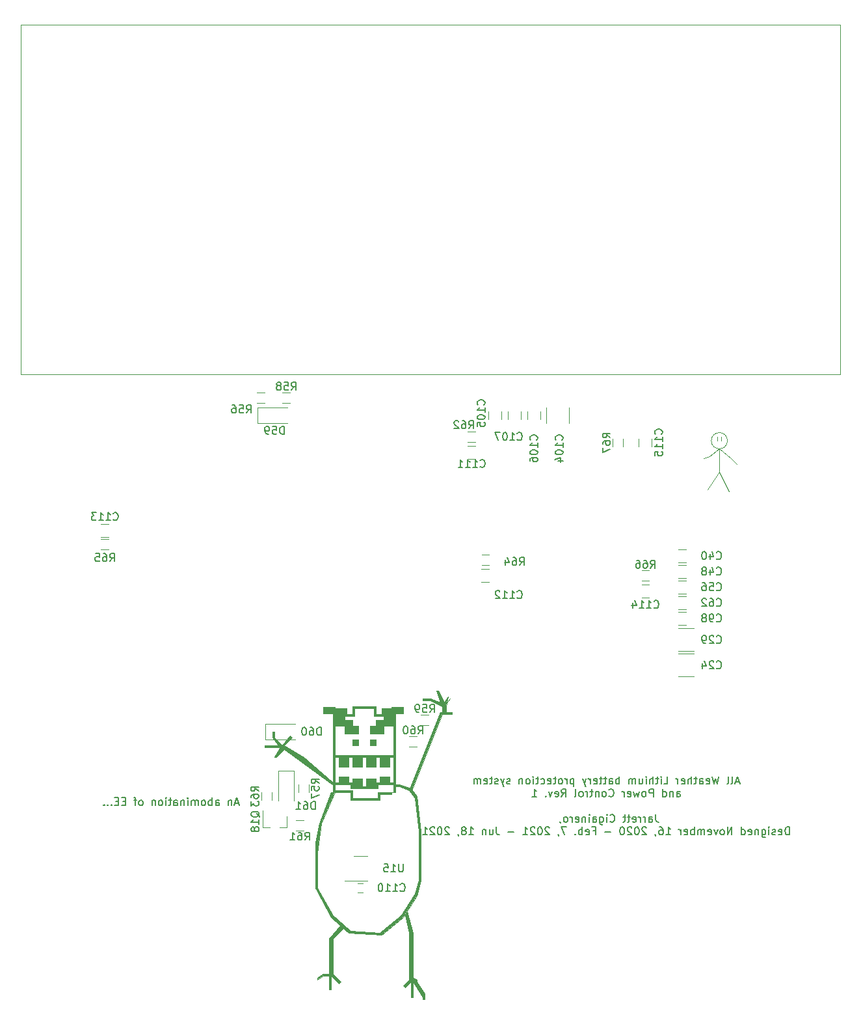
<source format=gbr>
G04 #@! TF.GenerationSoftware,KiCad,Pcbnew,(5.1.5)-3*
G04 #@! TF.CreationDate,2021-08-07T14:36:52-05:00*
G04 #@! TF.ProjectId,BTMS,42544d53-2e6b-4696-9361-645f70636258,rev?*
G04 #@! TF.SameCoordinates,Original*
G04 #@! TF.FileFunction,Legend,Bot*
G04 #@! TF.FilePolarity,Positive*
%FSLAX46Y46*%
G04 Gerber Fmt 4.6, Leading zero omitted, Abs format (unit mm)*
G04 Created by KiCad (PCBNEW (5.1.5)-3) date 2021-08-07 14:36:52*
%MOMM*%
%LPD*%
G04 APERTURE LIST*
%ADD10C,0.120000*%
%ADD11C,0.100000*%
%ADD12C,0.150000*%
G04 APERTURE END LIST*
D10*
X49022000Y-85852000D02*
X49022000Y-85598000D01*
X155702000Y-85852000D02*
X49022000Y-85852000D01*
X155702000Y-40386000D02*
X155702000Y-85852000D01*
X49022000Y-40386000D02*
X49022000Y-85598000D01*
X155702000Y-40386000D02*
X49022000Y-40386000D01*
X141478000Y-96774000D02*
X142240000Y-97536000D01*
X138684000Y-96520000D02*
X137922000Y-96774000D01*
X139700000Y-93980000D02*
X139700000Y-94488000D01*
X140208000Y-93980000D02*
X140208000Y-94488000D01*
X141001269Y-94488000D02*
G75*
G03X141001269Y-94488000I-1047269J0D01*
G01*
X139954000Y-95504000D02*
X141478000Y-96774000D01*
X139954000Y-95504000D02*
X138684000Y-96520000D01*
X139954000Y-98552000D02*
X139954000Y-95504000D01*
X139954000Y-98552000D02*
X138430000Y-100838000D01*
X141224000Y-101092000D02*
X139954000Y-98552000D01*
D11*
G36*
X97028000Y-138938000D02*
G01*
X95758000Y-138938000D01*
X95758000Y-138176000D01*
X97028000Y-138176000D01*
X97028000Y-138938000D01*
G37*
X97028000Y-138938000D02*
X95758000Y-138938000D01*
X95758000Y-138176000D01*
X97028000Y-138176000D01*
X97028000Y-138938000D01*
G36*
X97536000Y-135636000D02*
G01*
X89916000Y-135636000D01*
X89916000Y-135382000D01*
X97536000Y-135382000D01*
X97536000Y-135636000D01*
G37*
X97536000Y-135636000D02*
X89916000Y-135636000D01*
X89916000Y-135382000D01*
X97536000Y-135382000D01*
X97536000Y-135636000D01*
G36*
X98806000Y-129984500D02*
G01*
X97282000Y-129984500D01*
X97282000Y-129095500D01*
X98806000Y-129095500D01*
X98806000Y-129984500D01*
G37*
X98806000Y-129984500D02*
X97282000Y-129984500D01*
X97282000Y-129095500D01*
X98806000Y-129095500D01*
X98806000Y-129984500D01*
G36*
X89916000Y-129984500D02*
G01*
X88392000Y-129984500D01*
X88392000Y-129095500D01*
X89916000Y-129095500D01*
X89916000Y-129984500D01*
G37*
X89916000Y-129984500D02*
X88392000Y-129984500D01*
X88392000Y-129095500D01*
X89916000Y-129095500D01*
X89916000Y-129984500D01*
G36*
X95250000Y-139446000D02*
G01*
X93980000Y-139446000D01*
X93980000Y-138430000D01*
X95250000Y-138430000D01*
X95250000Y-139446000D01*
G37*
X95250000Y-139446000D02*
X93980000Y-139446000D01*
X93980000Y-138430000D01*
X95250000Y-138430000D01*
X95250000Y-139446000D01*
G36*
X93472000Y-139446000D02*
G01*
X92202000Y-139446000D01*
X92202000Y-138430000D01*
X93472000Y-138430000D01*
X93472000Y-139446000D01*
G37*
X93472000Y-139446000D02*
X92202000Y-139446000D01*
X92202000Y-138430000D01*
X93472000Y-138430000D01*
X93472000Y-139446000D01*
G36*
X91694000Y-138938000D02*
G01*
X90424000Y-138938000D01*
X90424000Y-138176000D01*
X91694000Y-138176000D01*
X91694000Y-138938000D01*
G37*
X91694000Y-138938000D02*
X90424000Y-138938000D01*
X90424000Y-138176000D01*
X91694000Y-138176000D01*
X91694000Y-138938000D01*
G36*
X95250000Y-136906000D02*
G01*
X93980000Y-136906000D01*
X93980000Y-135636000D01*
X95250000Y-135636000D01*
X95250000Y-136906000D01*
G37*
X95250000Y-136906000D02*
X93980000Y-136906000D01*
X93980000Y-135636000D01*
X95250000Y-135636000D01*
X95250000Y-136906000D01*
G36*
X93472000Y-136906000D02*
G01*
X92202000Y-136906000D01*
X92202000Y-135636000D01*
X93472000Y-135636000D01*
X93472000Y-136906000D01*
G37*
X93472000Y-136906000D02*
X92202000Y-136906000D01*
X92202000Y-135636000D01*
X93472000Y-135636000D01*
X93472000Y-136906000D01*
G36*
X92202000Y-139446000D02*
G01*
X95250000Y-139446000D01*
X95250000Y-138938000D01*
X97536000Y-138938000D01*
X97536000Y-139192000D01*
X95504000Y-139192000D01*
X95504000Y-139700000D01*
X91948000Y-139700000D01*
X91948000Y-139192000D01*
X89916000Y-139192000D01*
X89916000Y-138938000D01*
X92202000Y-138938000D01*
X92202000Y-139446000D01*
G37*
X92202000Y-139446000D02*
X95250000Y-139446000D01*
X95250000Y-138938000D01*
X97536000Y-138938000D01*
X97536000Y-139192000D01*
X95504000Y-139192000D01*
X95504000Y-139700000D01*
X91948000Y-139700000D01*
X91948000Y-139192000D01*
X89916000Y-139192000D01*
X89916000Y-138938000D01*
X92202000Y-138938000D01*
X92202000Y-139446000D01*
D10*
X89916000Y-139446000D02*
X85852000Y-135890000D01*
X85852000Y-135890000D02*
X83312000Y-134366000D01*
X83058000Y-134366000D02*
X82296000Y-135636000D01*
X83312000Y-134366000D02*
X81026000Y-134112000D01*
X83058000Y-134366000D02*
X82042000Y-133096000D01*
X82042000Y-133096000D02*
X82042000Y-132334000D01*
X82804000Y-134366000D02*
X84074000Y-132842000D01*
X99822000Y-139954000D02*
X103632000Y-130048000D01*
X103632000Y-130048000D02*
X104902000Y-130048000D01*
X104140000Y-130048000D02*
X104140000Y-129032000D01*
X104140000Y-129032000D02*
X104902000Y-128016000D01*
X104140000Y-129032000D02*
X103378000Y-127254000D01*
X104140000Y-129032000D02*
X101854000Y-128016000D01*
D11*
G36*
X92964000Y-134112000D02*
G01*
X92202000Y-134112000D01*
X92202000Y-133350000D01*
X92964000Y-133350000D01*
X92964000Y-134112000D01*
G37*
X92964000Y-134112000D02*
X92202000Y-134112000D01*
X92202000Y-133350000D01*
X92964000Y-133350000D01*
X92964000Y-134112000D01*
G36*
X95250000Y-134112000D02*
G01*
X94488000Y-134112000D01*
X94488000Y-133350000D01*
X95250000Y-133350000D01*
X95250000Y-134112000D01*
G37*
X95250000Y-134112000D02*
X94488000Y-134112000D01*
X94488000Y-133350000D01*
X95250000Y-133350000D01*
X95250000Y-134112000D01*
G36*
X82042000Y-133096000D02*
G01*
X83058000Y-134112000D01*
X84074000Y-132842000D01*
X84328000Y-133096000D01*
X83312000Y-134112000D01*
X85852000Y-135636000D01*
X89662000Y-138938000D01*
X89916000Y-139446000D01*
X83312000Y-134620000D01*
X82296000Y-135636000D01*
X82042000Y-135636000D01*
X82804000Y-134366000D01*
X80772000Y-134366000D01*
X80772000Y-134112000D01*
X82550000Y-134112000D01*
X81788000Y-133096000D01*
X81788000Y-132334000D01*
X82042000Y-132334000D01*
X82042000Y-133096000D01*
G37*
X82042000Y-133096000D02*
X83058000Y-134112000D01*
X84074000Y-132842000D01*
X84328000Y-133096000D01*
X83312000Y-134112000D01*
X85852000Y-135636000D01*
X89662000Y-138938000D01*
X89916000Y-139446000D01*
X83312000Y-134620000D01*
X82296000Y-135636000D01*
X82042000Y-135636000D01*
X82804000Y-134366000D01*
X80772000Y-134366000D01*
X80772000Y-134112000D01*
X82550000Y-134112000D01*
X81788000Y-133096000D01*
X81788000Y-132334000D01*
X82042000Y-132334000D01*
X82042000Y-133096000D01*
G36*
X104140000Y-128524000D02*
G01*
X104648000Y-127762000D01*
X104394000Y-129032000D01*
X104394000Y-129794000D01*
X105156000Y-129794000D01*
X105156000Y-130048000D01*
X103886000Y-130048000D01*
X99822000Y-140208000D01*
X99568000Y-139954000D01*
X103632000Y-129794000D01*
X103886000Y-129794000D01*
X103886000Y-129032000D01*
X102362000Y-128270000D01*
X101346000Y-128270000D01*
X101346000Y-128016000D01*
X102362000Y-128016000D01*
X103632000Y-128524000D01*
X103124000Y-127000000D01*
X103378000Y-127000000D01*
X104140000Y-128524000D01*
G37*
X104140000Y-128524000D02*
X104648000Y-127762000D01*
X104394000Y-129032000D01*
X104394000Y-129794000D01*
X105156000Y-129794000D01*
X105156000Y-130048000D01*
X103886000Y-130048000D01*
X99822000Y-140208000D01*
X99568000Y-139954000D01*
X103632000Y-129794000D01*
X103886000Y-129794000D01*
X103886000Y-129032000D01*
X102362000Y-128270000D01*
X101346000Y-128270000D01*
X101346000Y-128016000D01*
X102362000Y-128016000D01*
X103632000Y-128524000D01*
X103124000Y-127000000D01*
X103378000Y-127000000D01*
X104140000Y-128524000D01*
D10*
X92202000Y-140970000D02*
X95504000Y-140970000D01*
X95504000Y-140970000D02*
X95504000Y-140208000D01*
X95504000Y-140208000D02*
X97536000Y-140208000D01*
X97536000Y-140208000D02*
X97536000Y-129540000D01*
X97536000Y-129540000D02*
X96520000Y-129540000D01*
X96520000Y-129540000D02*
X96266000Y-129540000D01*
X96266000Y-129540000D02*
X96266000Y-130556000D01*
X96266000Y-130302000D02*
X94996000Y-130302000D01*
X94996000Y-130302000D02*
X94996000Y-129540000D01*
X94996000Y-129286000D02*
X92456000Y-129286000D01*
X92456000Y-129540000D02*
X92456000Y-130302000D01*
X92456000Y-130302000D02*
X91186000Y-130302000D01*
X91186000Y-130556000D02*
X91186000Y-129540000D01*
X91186000Y-129540000D02*
X89916000Y-129540000D01*
X89916000Y-129540000D02*
X89916000Y-139954000D01*
X89916000Y-139954000D02*
X92202000Y-139954000D01*
X92202000Y-139954000D02*
X92202000Y-140970000D01*
D11*
G36*
X97536000Y-131572000D02*
G01*
X96266000Y-131572000D01*
X96266000Y-132588000D01*
X94488000Y-132588000D01*
X94488000Y-131572000D01*
X95250000Y-131572000D01*
X95250000Y-130810000D01*
X96266000Y-130810000D01*
X96266000Y-129540000D01*
X97536000Y-129540000D01*
X97536000Y-131572000D01*
G37*
X97536000Y-131572000D02*
X96266000Y-131572000D01*
X96266000Y-132588000D01*
X94488000Y-132588000D01*
X94488000Y-131572000D01*
X95250000Y-131572000D01*
X95250000Y-130810000D01*
X96266000Y-130810000D01*
X96266000Y-129540000D01*
X97536000Y-129540000D01*
X97536000Y-131572000D01*
G36*
X91186000Y-130810000D02*
G01*
X92202000Y-130810000D01*
X92202000Y-131572000D01*
X92964000Y-131572000D01*
X92964000Y-132588000D01*
X91186000Y-132588000D01*
X91186000Y-131572000D01*
X89916000Y-131572000D01*
X89916000Y-129540000D01*
X91186000Y-129540000D01*
X91186000Y-130810000D01*
G37*
X91186000Y-130810000D02*
X92202000Y-130810000D01*
X92202000Y-131572000D01*
X92964000Y-131572000D01*
X92964000Y-132588000D01*
X91186000Y-132588000D01*
X91186000Y-131572000D01*
X89916000Y-131572000D01*
X89916000Y-129540000D01*
X91186000Y-129540000D01*
X91186000Y-130810000D01*
D12*
X142507714Y-138852666D02*
X142031523Y-138852666D01*
X142602952Y-139138380D02*
X142269619Y-138138380D01*
X141936285Y-139138380D01*
X141460095Y-139138380D02*
X141555333Y-139090761D01*
X141602952Y-138995523D01*
X141602952Y-138138380D01*
X140936285Y-139138380D02*
X141031523Y-139090761D01*
X141079142Y-138995523D01*
X141079142Y-138138380D01*
X139888666Y-138138380D02*
X139650571Y-139138380D01*
X139460095Y-138424095D01*
X139269619Y-139138380D01*
X139031523Y-138138380D01*
X138269619Y-139090761D02*
X138364857Y-139138380D01*
X138555333Y-139138380D01*
X138650571Y-139090761D01*
X138698190Y-138995523D01*
X138698190Y-138614571D01*
X138650571Y-138519333D01*
X138555333Y-138471714D01*
X138364857Y-138471714D01*
X138269619Y-138519333D01*
X138222000Y-138614571D01*
X138222000Y-138709809D01*
X138698190Y-138805047D01*
X137364857Y-139138380D02*
X137364857Y-138614571D01*
X137412476Y-138519333D01*
X137507714Y-138471714D01*
X137698190Y-138471714D01*
X137793428Y-138519333D01*
X137364857Y-139090761D02*
X137460095Y-139138380D01*
X137698190Y-139138380D01*
X137793428Y-139090761D01*
X137841047Y-138995523D01*
X137841047Y-138900285D01*
X137793428Y-138805047D01*
X137698190Y-138757428D01*
X137460095Y-138757428D01*
X137364857Y-138709809D01*
X137031523Y-138471714D02*
X136650571Y-138471714D01*
X136888666Y-138138380D02*
X136888666Y-138995523D01*
X136841047Y-139090761D01*
X136745809Y-139138380D01*
X136650571Y-139138380D01*
X136317238Y-139138380D02*
X136317238Y-138138380D01*
X135888666Y-139138380D02*
X135888666Y-138614571D01*
X135936285Y-138519333D01*
X136031523Y-138471714D01*
X136174380Y-138471714D01*
X136269619Y-138519333D01*
X136317238Y-138566952D01*
X135031523Y-139090761D02*
X135126761Y-139138380D01*
X135317238Y-139138380D01*
X135412476Y-139090761D01*
X135460095Y-138995523D01*
X135460095Y-138614571D01*
X135412476Y-138519333D01*
X135317238Y-138471714D01*
X135126761Y-138471714D01*
X135031523Y-138519333D01*
X134983904Y-138614571D01*
X134983904Y-138709809D01*
X135460095Y-138805047D01*
X134555333Y-139138380D02*
X134555333Y-138471714D01*
X134555333Y-138662190D02*
X134507714Y-138566952D01*
X134460095Y-138519333D01*
X134364857Y-138471714D01*
X134269619Y-138471714D01*
X132698190Y-139138380D02*
X133174380Y-139138380D01*
X133174380Y-138138380D01*
X132364857Y-139138380D02*
X132364857Y-138471714D01*
X132364857Y-138138380D02*
X132412476Y-138186000D01*
X132364857Y-138233619D01*
X132317238Y-138186000D01*
X132364857Y-138138380D01*
X132364857Y-138233619D01*
X132031523Y-138471714D02*
X131650571Y-138471714D01*
X131888666Y-138138380D02*
X131888666Y-138995523D01*
X131841047Y-139090761D01*
X131745809Y-139138380D01*
X131650571Y-139138380D01*
X131317238Y-139138380D02*
X131317238Y-138138380D01*
X130888666Y-139138380D02*
X130888666Y-138614571D01*
X130936285Y-138519333D01*
X131031523Y-138471714D01*
X131174380Y-138471714D01*
X131269619Y-138519333D01*
X131317238Y-138566952D01*
X130412476Y-139138380D02*
X130412476Y-138471714D01*
X130412476Y-138138380D02*
X130460095Y-138186000D01*
X130412476Y-138233619D01*
X130364857Y-138186000D01*
X130412476Y-138138380D01*
X130412476Y-138233619D01*
X129507714Y-138471714D02*
X129507714Y-139138380D01*
X129936285Y-138471714D02*
X129936285Y-138995523D01*
X129888666Y-139090761D01*
X129793428Y-139138380D01*
X129650571Y-139138380D01*
X129555333Y-139090761D01*
X129507714Y-139043142D01*
X129031523Y-139138380D02*
X129031523Y-138471714D01*
X129031523Y-138566952D02*
X128983904Y-138519333D01*
X128888666Y-138471714D01*
X128745809Y-138471714D01*
X128650571Y-138519333D01*
X128602952Y-138614571D01*
X128602952Y-139138380D01*
X128602952Y-138614571D02*
X128555333Y-138519333D01*
X128460095Y-138471714D01*
X128317238Y-138471714D01*
X128222000Y-138519333D01*
X128174380Y-138614571D01*
X128174380Y-139138380D01*
X126936285Y-139138380D02*
X126936285Y-138138380D01*
X126936285Y-138519333D02*
X126841047Y-138471714D01*
X126650571Y-138471714D01*
X126555333Y-138519333D01*
X126507714Y-138566952D01*
X126460095Y-138662190D01*
X126460095Y-138947904D01*
X126507714Y-139043142D01*
X126555333Y-139090761D01*
X126650571Y-139138380D01*
X126841047Y-139138380D01*
X126936285Y-139090761D01*
X125602952Y-139138380D02*
X125602952Y-138614571D01*
X125650571Y-138519333D01*
X125745809Y-138471714D01*
X125936285Y-138471714D01*
X126031523Y-138519333D01*
X125602952Y-139090761D02*
X125698190Y-139138380D01*
X125936285Y-139138380D01*
X126031523Y-139090761D01*
X126079142Y-138995523D01*
X126079142Y-138900285D01*
X126031523Y-138805047D01*
X125936285Y-138757428D01*
X125698190Y-138757428D01*
X125602952Y-138709809D01*
X125269619Y-138471714D02*
X124888666Y-138471714D01*
X125126761Y-138138380D02*
X125126761Y-138995523D01*
X125079142Y-139090761D01*
X124983904Y-139138380D01*
X124888666Y-139138380D01*
X124698190Y-138471714D02*
X124317238Y-138471714D01*
X124555333Y-138138380D02*
X124555333Y-138995523D01*
X124507714Y-139090761D01*
X124412476Y-139138380D01*
X124317238Y-139138380D01*
X123602952Y-139090761D02*
X123698190Y-139138380D01*
X123888666Y-139138380D01*
X123983904Y-139090761D01*
X124031523Y-138995523D01*
X124031523Y-138614571D01*
X123983904Y-138519333D01*
X123888666Y-138471714D01*
X123698190Y-138471714D01*
X123602952Y-138519333D01*
X123555333Y-138614571D01*
X123555333Y-138709809D01*
X124031523Y-138805047D01*
X123126761Y-139138380D02*
X123126761Y-138471714D01*
X123126761Y-138662190D02*
X123079142Y-138566952D01*
X123031523Y-138519333D01*
X122936285Y-138471714D01*
X122841047Y-138471714D01*
X122602952Y-138471714D02*
X122364857Y-139138380D01*
X122126761Y-138471714D02*
X122364857Y-139138380D01*
X122460095Y-139376476D01*
X122507714Y-139424095D01*
X122602952Y-139471714D01*
X120983904Y-138471714D02*
X120983904Y-139471714D01*
X120983904Y-138519333D02*
X120888666Y-138471714D01*
X120698190Y-138471714D01*
X120602952Y-138519333D01*
X120555333Y-138566952D01*
X120507714Y-138662190D01*
X120507714Y-138947904D01*
X120555333Y-139043142D01*
X120602952Y-139090761D01*
X120698190Y-139138380D01*
X120888666Y-139138380D01*
X120983904Y-139090761D01*
X120079142Y-139138380D02*
X120079142Y-138471714D01*
X120079142Y-138662190D02*
X120031523Y-138566952D01*
X119983904Y-138519333D01*
X119888666Y-138471714D01*
X119793428Y-138471714D01*
X119317238Y-139138380D02*
X119412476Y-139090761D01*
X119460095Y-139043142D01*
X119507714Y-138947904D01*
X119507714Y-138662190D01*
X119460095Y-138566952D01*
X119412476Y-138519333D01*
X119317238Y-138471714D01*
X119174380Y-138471714D01*
X119079142Y-138519333D01*
X119031523Y-138566952D01*
X118983904Y-138662190D01*
X118983904Y-138947904D01*
X119031523Y-139043142D01*
X119079142Y-139090761D01*
X119174380Y-139138380D01*
X119317238Y-139138380D01*
X118698190Y-138471714D02*
X118317238Y-138471714D01*
X118555333Y-138138380D02*
X118555333Y-138995523D01*
X118507714Y-139090761D01*
X118412476Y-139138380D01*
X118317238Y-139138380D01*
X117602952Y-139090761D02*
X117698190Y-139138380D01*
X117888666Y-139138380D01*
X117983904Y-139090761D01*
X118031523Y-138995523D01*
X118031523Y-138614571D01*
X117983904Y-138519333D01*
X117888666Y-138471714D01*
X117698190Y-138471714D01*
X117602952Y-138519333D01*
X117555333Y-138614571D01*
X117555333Y-138709809D01*
X118031523Y-138805047D01*
X116698190Y-139090761D02*
X116793428Y-139138380D01*
X116983904Y-139138380D01*
X117079142Y-139090761D01*
X117126761Y-139043142D01*
X117174380Y-138947904D01*
X117174380Y-138662190D01*
X117126761Y-138566952D01*
X117079142Y-138519333D01*
X116983904Y-138471714D01*
X116793428Y-138471714D01*
X116698190Y-138519333D01*
X116412476Y-138471714D02*
X116031523Y-138471714D01*
X116269619Y-138138380D02*
X116269619Y-138995523D01*
X116222000Y-139090761D01*
X116126761Y-139138380D01*
X116031523Y-139138380D01*
X115698190Y-139138380D02*
X115698190Y-138471714D01*
X115698190Y-138138380D02*
X115745809Y-138186000D01*
X115698190Y-138233619D01*
X115650571Y-138186000D01*
X115698190Y-138138380D01*
X115698190Y-138233619D01*
X115079142Y-139138380D02*
X115174380Y-139090761D01*
X115222000Y-139043142D01*
X115269619Y-138947904D01*
X115269619Y-138662190D01*
X115222000Y-138566952D01*
X115174380Y-138519333D01*
X115079142Y-138471714D01*
X114936285Y-138471714D01*
X114841047Y-138519333D01*
X114793428Y-138566952D01*
X114745809Y-138662190D01*
X114745809Y-138947904D01*
X114793428Y-139043142D01*
X114841047Y-139090761D01*
X114936285Y-139138380D01*
X115079142Y-139138380D01*
X114317238Y-138471714D02*
X114317238Y-139138380D01*
X114317238Y-138566952D02*
X114269619Y-138519333D01*
X114174380Y-138471714D01*
X114031523Y-138471714D01*
X113936285Y-138519333D01*
X113888666Y-138614571D01*
X113888666Y-139138380D01*
X112698190Y-139090761D02*
X112602952Y-139138380D01*
X112412476Y-139138380D01*
X112317238Y-139090761D01*
X112269619Y-138995523D01*
X112269619Y-138947904D01*
X112317238Y-138852666D01*
X112412476Y-138805047D01*
X112555333Y-138805047D01*
X112650571Y-138757428D01*
X112698190Y-138662190D01*
X112698190Y-138614571D01*
X112650571Y-138519333D01*
X112555333Y-138471714D01*
X112412476Y-138471714D01*
X112317238Y-138519333D01*
X111936285Y-138471714D02*
X111698190Y-139138380D01*
X111460095Y-138471714D02*
X111698190Y-139138380D01*
X111793428Y-139376476D01*
X111841047Y-139424095D01*
X111936285Y-139471714D01*
X111126761Y-139090761D02*
X111031523Y-139138380D01*
X110841047Y-139138380D01*
X110745809Y-139090761D01*
X110698190Y-138995523D01*
X110698190Y-138947904D01*
X110745809Y-138852666D01*
X110841047Y-138805047D01*
X110983904Y-138805047D01*
X111079142Y-138757428D01*
X111126761Y-138662190D01*
X111126761Y-138614571D01*
X111079142Y-138519333D01*
X110983904Y-138471714D01*
X110841047Y-138471714D01*
X110745809Y-138519333D01*
X110412476Y-138471714D02*
X110031523Y-138471714D01*
X110269619Y-138138380D02*
X110269619Y-138995523D01*
X110222000Y-139090761D01*
X110126761Y-139138380D01*
X110031523Y-139138380D01*
X109317238Y-139090761D02*
X109412476Y-139138380D01*
X109602952Y-139138380D01*
X109698190Y-139090761D01*
X109745809Y-138995523D01*
X109745809Y-138614571D01*
X109698190Y-138519333D01*
X109602952Y-138471714D01*
X109412476Y-138471714D01*
X109317238Y-138519333D01*
X109269619Y-138614571D01*
X109269619Y-138709809D01*
X109745809Y-138805047D01*
X108841047Y-139138380D02*
X108841047Y-138471714D01*
X108841047Y-138566952D02*
X108793428Y-138519333D01*
X108698190Y-138471714D01*
X108555333Y-138471714D01*
X108460095Y-138519333D01*
X108412476Y-138614571D01*
X108412476Y-139138380D01*
X108412476Y-138614571D02*
X108364857Y-138519333D01*
X108269619Y-138471714D01*
X108126761Y-138471714D01*
X108031523Y-138519333D01*
X107983904Y-138614571D01*
X107983904Y-139138380D01*
X134388666Y-140788380D02*
X134388666Y-140264571D01*
X134436285Y-140169333D01*
X134531523Y-140121714D01*
X134722000Y-140121714D01*
X134817238Y-140169333D01*
X134388666Y-140740761D02*
X134483904Y-140788380D01*
X134722000Y-140788380D01*
X134817238Y-140740761D01*
X134864857Y-140645523D01*
X134864857Y-140550285D01*
X134817238Y-140455047D01*
X134722000Y-140407428D01*
X134483904Y-140407428D01*
X134388666Y-140359809D01*
X133912476Y-140121714D02*
X133912476Y-140788380D01*
X133912476Y-140216952D02*
X133864857Y-140169333D01*
X133769619Y-140121714D01*
X133626761Y-140121714D01*
X133531523Y-140169333D01*
X133483904Y-140264571D01*
X133483904Y-140788380D01*
X132579142Y-140788380D02*
X132579142Y-139788380D01*
X132579142Y-140740761D02*
X132674380Y-140788380D01*
X132864857Y-140788380D01*
X132960095Y-140740761D01*
X133007714Y-140693142D01*
X133055333Y-140597904D01*
X133055333Y-140312190D01*
X133007714Y-140216952D01*
X132960095Y-140169333D01*
X132864857Y-140121714D01*
X132674380Y-140121714D01*
X132579142Y-140169333D01*
X131341047Y-140788380D02*
X131341047Y-139788380D01*
X130960095Y-139788380D01*
X130864857Y-139836000D01*
X130817238Y-139883619D01*
X130769619Y-139978857D01*
X130769619Y-140121714D01*
X130817238Y-140216952D01*
X130864857Y-140264571D01*
X130960095Y-140312190D01*
X131341047Y-140312190D01*
X130198190Y-140788380D02*
X130293428Y-140740761D01*
X130341047Y-140693142D01*
X130388666Y-140597904D01*
X130388666Y-140312190D01*
X130341047Y-140216952D01*
X130293428Y-140169333D01*
X130198190Y-140121714D01*
X130055333Y-140121714D01*
X129960095Y-140169333D01*
X129912476Y-140216952D01*
X129864857Y-140312190D01*
X129864857Y-140597904D01*
X129912476Y-140693142D01*
X129960095Y-140740761D01*
X130055333Y-140788380D01*
X130198190Y-140788380D01*
X129531523Y-140121714D02*
X129341047Y-140788380D01*
X129150571Y-140312190D01*
X128960095Y-140788380D01*
X128769619Y-140121714D01*
X128007714Y-140740761D02*
X128102952Y-140788380D01*
X128293428Y-140788380D01*
X128388666Y-140740761D01*
X128436285Y-140645523D01*
X128436285Y-140264571D01*
X128388666Y-140169333D01*
X128293428Y-140121714D01*
X128102952Y-140121714D01*
X128007714Y-140169333D01*
X127960095Y-140264571D01*
X127960095Y-140359809D01*
X128436285Y-140455047D01*
X127531523Y-140788380D02*
X127531523Y-140121714D01*
X127531523Y-140312190D02*
X127483904Y-140216952D01*
X127436285Y-140169333D01*
X127341047Y-140121714D01*
X127245809Y-140121714D01*
X125579142Y-140693142D02*
X125626761Y-140740761D01*
X125769619Y-140788380D01*
X125864857Y-140788380D01*
X126007714Y-140740761D01*
X126102952Y-140645523D01*
X126150571Y-140550285D01*
X126198190Y-140359809D01*
X126198190Y-140216952D01*
X126150571Y-140026476D01*
X126102952Y-139931238D01*
X126007714Y-139836000D01*
X125864857Y-139788380D01*
X125769619Y-139788380D01*
X125626761Y-139836000D01*
X125579142Y-139883619D01*
X125007714Y-140788380D02*
X125102952Y-140740761D01*
X125150571Y-140693142D01*
X125198190Y-140597904D01*
X125198190Y-140312190D01*
X125150571Y-140216952D01*
X125102952Y-140169333D01*
X125007714Y-140121714D01*
X124864857Y-140121714D01*
X124769619Y-140169333D01*
X124722000Y-140216952D01*
X124674380Y-140312190D01*
X124674380Y-140597904D01*
X124722000Y-140693142D01*
X124769619Y-140740761D01*
X124864857Y-140788380D01*
X125007714Y-140788380D01*
X124245809Y-140121714D02*
X124245809Y-140788380D01*
X124245809Y-140216952D02*
X124198190Y-140169333D01*
X124102952Y-140121714D01*
X123960095Y-140121714D01*
X123864857Y-140169333D01*
X123817238Y-140264571D01*
X123817238Y-140788380D01*
X123483904Y-140121714D02*
X123102952Y-140121714D01*
X123341047Y-139788380D02*
X123341047Y-140645523D01*
X123293428Y-140740761D01*
X123198190Y-140788380D01*
X123102952Y-140788380D01*
X122769619Y-140788380D02*
X122769619Y-140121714D01*
X122769619Y-140312190D02*
X122722000Y-140216952D01*
X122674380Y-140169333D01*
X122579142Y-140121714D01*
X122483904Y-140121714D01*
X122007714Y-140788380D02*
X122102952Y-140740761D01*
X122150571Y-140693142D01*
X122198190Y-140597904D01*
X122198190Y-140312190D01*
X122150571Y-140216952D01*
X122102952Y-140169333D01*
X122007714Y-140121714D01*
X121864857Y-140121714D01*
X121769619Y-140169333D01*
X121722000Y-140216952D01*
X121674380Y-140312190D01*
X121674380Y-140597904D01*
X121722000Y-140693142D01*
X121769619Y-140740761D01*
X121864857Y-140788380D01*
X122007714Y-140788380D01*
X121102952Y-140788380D02*
X121198190Y-140740761D01*
X121245809Y-140645523D01*
X121245809Y-139788380D01*
X119388666Y-140788380D02*
X119722000Y-140312190D01*
X119960095Y-140788380D02*
X119960095Y-139788380D01*
X119579142Y-139788380D01*
X119483904Y-139836000D01*
X119436285Y-139883619D01*
X119388666Y-139978857D01*
X119388666Y-140121714D01*
X119436285Y-140216952D01*
X119483904Y-140264571D01*
X119579142Y-140312190D01*
X119960095Y-140312190D01*
X118579142Y-140740761D02*
X118674380Y-140788380D01*
X118864857Y-140788380D01*
X118960095Y-140740761D01*
X119007714Y-140645523D01*
X119007714Y-140264571D01*
X118960095Y-140169333D01*
X118864857Y-140121714D01*
X118674380Y-140121714D01*
X118579142Y-140169333D01*
X118531523Y-140264571D01*
X118531523Y-140359809D01*
X119007714Y-140455047D01*
X118198190Y-140121714D02*
X117960095Y-140788380D01*
X117722000Y-140121714D01*
X117341047Y-140693142D02*
X117293428Y-140740761D01*
X117341047Y-140788380D01*
X117388666Y-140740761D01*
X117341047Y-140693142D01*
X117341047Y-140788380D01*
X115579142Y-140788380D02*
X116150571Y-140788380D01*
X115864857Y-140788380D02*
X115864857Y-139788380D01*
X115960095Y-139931238D01*
X116055333Y-140026476D01*
X116150571Y-140074095D01*
X131674380Y-143088380D02*
X131674380Y-143802666D01*
X131722000Y-143945523D01*
X131817238Y-144040761D01*
X131960095Y-144088380D01*
X132055333Y-144088380D01*
X130769619Y-144088380D02*
X130769619Y-143564571D01*
X130817238Y-143469333D01*
X130912476Y-143421714D01*
X131102952Y-143421714D01*
X131198190Y-143469333D01*
X130769619Y-144040761D02*
X130864857Y-144088380D01*
X131102952Y-144088380D01*
X131198190Y-144040761D01*
X131245809Y-143945523D01*
X131245809Y-143850285D01*
X131198190Y-143755047D01*
X131102952Y-143707428D01*
X130864857Y-143707428D01*
X130769619Y-143659809D01*
X130293428Y-144088380D02*
X130293428Y-143421714D01*
X130293428Y-143612190D02*
X130245809Y-143516952D01*
X130198190Y-143469333D01*
X130102952Y-143421714D01*
X130007714Y-143421714D01*
X129674380Y-144088380D02*
X129674380Y-143421714D01*
X129674380Y-143612190D02*
X129626761Y-143516952D01*
X129579142Y-143469333D01*
X129483904Y-143421714D01*
X129388666Y-143421714D01*
X128674380Y-144040761D02*
X128769619Y-144088380D01*
X128960095Y-144088380D01*
X129055333Y-144040761D01*
X129102952Y-143945523D01*
X129102952Y-143564571D01*
X129055333Y-143469333D01*
X128960095Y-143421714D01*
X128769619Y-143421714D01*
X128674380Y-143469333D01*
X128626761Y-143564571D01*
X128626761Y-143659809D01*
X129102952Y-143755047D01*
X128341047Y-143421714D02*
X127960095Y-143421714D01*
X128198190Y-143088380D02*
X128198190Y-143945523D01*
X128150571Y-144040761D01*
X128055333Y-144088380D01*
X127960095Y-144088380D01*
X127769619Y-143421714D02*
X127388666Y-143421714D01*
X127626761Y-143088380D02*
X127626761Y-143945523D01*
X127579142Y-144040761D01*
X127483904Y-144088380D01*
X127388666Y-144088380D01*
X125722000Y-143993142D02*
X125769619Y-144040761D01*
X125912476Y-144088380D01*
X126007714Y-144088380D01*
X126150571Y-144040761D01*
X126245809Y-143945523D01*
X126293428Y-143850285D01*
X126341047Y-143659809D01*
X126341047Y-143516952D01*
X126293428Y-143326476D01*
X126245809Y-143231238D01*
X126150571Y-143136000D01*
X126007714Y-143088380D01*
X125912476Y-143088380D01*
X125769619Y-143136000D01*
X125722000Y-143183619D01*
X125293428Y-144088380D02*
X125293428Y-143421714D01*
X125293428Y-143088380D02*
X125341047Y-143136000D01*
X125293428Y-143183619D01*
X125245809Y-143136000D01*
X125293428Y-143088380D01*
X125293428Y-143183619D01*
X124388666Y-143421714D02*
X124388666Y-144231238D01*
X124436285Y-144326476D01*
X124483904Y-144374095D01*
X124579142Y-144421714D01*
X124722000Y-144421714D01*
X124817238Y-144374095D01*
X124388666Y-144040761D02*
X124483904Y-144088380D01*
X124674380Y-144088380D01*
X124769619Y-144040761D01*
X124817238Y-143993142D01*
X124864857Y-143897904D01*
X124864857Y-143612190D01*
X124817238Y-143516952D01*
X124769619Y-143469333D01*
X124674380Y-143421714D01*
X124483904Y-143421714D01*
X124388666Y-143469333D01*
X123483904Y-144088380D02*
X123483904Y-143564571D01*
X123531523Y-143469333D01*
X123626761Y-143421714D01*
X123817238Y-143421714D01*
X123912476Y-143469333D01*
X123483904Y-144040761D02*
X123579142Y-144088380D01*
X123817238Y-144088380D01*
X123912476Y-144040761D01*
X123960095Y-143945523D01*
X123960095Y-143850285D01*
X123912476Y-143755047D01*
X123817238Y-143707428D01*
X123579142Y-143707428D01*
X123483904Y-143659809D01*
X123007714Y-144088380D02*
X123007714Y-143421714D01*
X123007714Y-143088380D02*
X123055333Y-143136000D01*
X123007714Y-143183619D01*
X122960095Y-143136000D01*
X123007714Y-143088380D01*
X123007714Y-143183619D01*
X122531523Y-143421714D02*
X122531523Y-144088380D01*
X122531523Y-143516952D02*
X122483904Y-143469333D01*
X122388666Y-143421714D01*
X122245809Y-143421714D01*
X122150571Y-143469333D01*
X122102952Y-143564571D01*
X122102952Y-144088380D01*
X121245809Y-144040761D02*
X121341047Y-144088380D01*
X121531523Y-144088380D01*
X121626761Y-144040761D01*
X121674380Y-143945523D01*
X121674380Y-143564571D01*
X121626761Y-143469333D01*
X121531523Y-143421714D01*
X121341047Y-143421714D01*
X121245809Y-143469333D01*
X121198190Y-143564571D01*
X121198190Y-143659809D01*
X121674380Y-143755047D01*
X120769619Y-144088380D02*
X120769619Y-143421714D01*
X120769619Y-143612190D02*
X120722000Y-143516952D01*
X120674380Y-143469333D01*
X120579142Y-143421714D01*
X120483904Y-143421714D01*
X120007714Y-144088380D02*
X120102952Y-144040761D01*
X120150571Y-143993142D01*
X120198190Y-143897904D01*
X120198190Y-143612190D01*
X120150571Y-143516952D01*
X120102952Y-143469333D01*
X120007714Y-143421714D01*
X119864857Y-143421714D01*
X119769619Y-143469333D01*
X119722000Y-143516952D01*
X119674380Y-143612190D01*
X119674380Y-143897904D01*
X119722000Y-143993142D01*
X119769619Y-144040761D01*
X119864857Y-144088380D01*
X120007714Y-144088380D01*
X119198190Y-144040761D02*
X119198190Y-144088380D01*
X119245809Y-144183619D01*
X119293428Y-144231238D01*
X149055333Y-145738380D02*
X149055333Y-144738380D01*
X148817238Y-144738380D01*
X148674380Y-144786000D01*
X148579142Y-144881238D01*
X148531523Y-144976476D01*
X148483904Y-145166952D01*
X148483904Y-145309809D01*
X148531523Y-145500285D01*
X148579142Y-145595523D01*
X148674380Y-145690761D01*
X148817238Y-145738380D01*
X149055333Y-145738380D01*
X147674380Y-145690761D02*
X147769619Y-145738380D01*
X147960095Y-145738380D01*
X148055333Y-145690761D01*
X148102952Y-145595523D01*
X148102952Y-145214571D01*
X148055333Y-145119333D01*
X147960095Y-145071714D01*
X147769619Y-145071714D01*
X147674380Y-145119333D01*
X147626761Y-145214571D01*
X147626761Y-145309809D01*
X148102952Y-145405047D01*
X147245809Y-145690761D02*
X147150571Y-145738380D01*
X146960095Y-145738380D01*
X146864857Y-145690761D01*
X146817238Y-145595523D01*
X146817238Y-145547904D01*
X146864857Y-145452666D01*
X146960095Y-145405047D01*
X147102952Y-145405047D01*
X147198190Y-145357428D01*
X147245809Y-145262190D01*
X147245809Y-145214571D01*
X147198190Y-145119333D01*
X147102952Y-145071714D01*
X146960095Y-145071714D01*
X146864857Y-145119333D01*
X146388666Y-145738380D02*
X146388666Y-145071714D01*
X146388666Y-144738380D02*
X146436285Y-144786000D01*
X146388666Y-144833619D01*
X146341047Y-144786000D01*
X146388666Y-144738380D01*
X146388666Y-144833619D01*
X145483904Y-145071714D02*
X145483904Y-145881238D01*
X145531523Y-145976476D01*
X145579142Y-146024095D01*
X145674380Y-146071714D01*
X145817238Y-146071714D01*
X145912476Y-146024095D01*
X145483904Y-145690761D02*
X145579142Y-145738380D01*
X145769619Y-145738380D01*
X145864857Y-145690761D01*
X145912476Y-145643142D01*
X145960095Y-145547904D01*
X145960095Y-145262190D01*
X145912476Y-145166952D01*
X145864857Y-145119333D01*
X145769619Y-145071714D01*
X145579142Y-145071714D01*
X145483904Y-145119333D01*
X145007714Y-145071714D02*
X145007714Y-145738380D01*
X145007714Y-145166952D02*
X144960095Y-145119333D01*
X144864857Y-145071714D01*
X144722000Y-145071714D01*
X144626761Y-145119333D01*
X144579142Y-145214571D01*
X144579142Y-145738380D01*
X143722000Y-145690761D02*
X143817238Y-145738380D01*
X144007714Y-145738380D01*
X144102952Y-145690761D01*
X144150571Y-145595523D01*
X144150571Y-145214571D01*
X144102952Y-145119333D01*
X144007714Y-145071714D01*
X143817238Y-145071714D01*
X143722000Y-145119333D01*
X143674380Y-145214571D01*
X143674380Y-145309809D01*
X144150571Y-145405047D01*
X142817238Y-145738380D02*
X142817238Y-144738380D01*
X142817238Y-145690761D02*
X142912476Y-145738380D01*
X143102952Y-145738380D01*
X143198190Y-145690761D01*
X143245809Y-145643142D01*
X143293428Y-145547904D01*
X143293428Y-145262190D01*
X143245809Y-145166952D01*
X143198190Y-145119333D01*
X143102952Y-145071714D01*
X142912476Y-145071714D01*
X142817238Y-145119333D01*
X141579142Y-145738380D02*
X141579142Y-144738380D01*
X141007714Y-145738380D01*
X141007714Y-144738380D01*
X140388666Y-145738380D02*
X140483904Y-145690761D01*
X140531523Y-145643142D01*
X140579142Y-145547904D01*
X140579142Y-145262190D01*
X140531523Y-145166952D01*
X140483904Y-145119333D01*
X140388666Y-145071714D01*
X140245809Y-145071714D01*
X140150571Y-145119333D01*
X140102952Y-145166952D01*
X140055333Y-145262190D01*
X140055333Y-145547904D01*
X140102952Y-145643142D01*
X140150571Y-145690761D01*
X140245809Y-145738380D01*
X140388666Y-145738380D01*
X139722000Y-145071714D02*
X139483904Y-145738380D01*
X139245809Y-145071714D01*
X138483904Y-145690761D02*
X138579142Y-145738380D01*
X138769619Y-145738380D01*
X138864857Y-145690761D01*
X138912476Y-145595523D01*
X138912476Y-145214571D01*
X138864857Y-145119333D01*
X138769619Y-145071714D01*
X138579142Y-145071714D01*
X138483904Y-145119333D01*
X138436285Y-145214571D01*
X138436285Y-145309809D01*
X138912476Y-145405047D01*
X138007714Y-145738380D02*
X138007714Y-145071714D01*
X138007714Y-145166952D02*
X137960095Y-145119333D01*
X137864857Y-145071714D01*
X137722000Y-145071714D01*
X137626761Y-145119333D01*
X137579142Y-145214571D01*
X137579142Y-145738380D01*
X137579142Y-145214571D02*
X137531523Y-145119333D01*
X137436285Y-145071714D01*
X137293428Y-145071714D01*
X137198190Y-145119333D01*
X137150571Y-145214571D01*
X137150571Y-145738380D01*
X136674380Y-145738380D02*
X136674380Y-144738380D01*
X136674380Y-145119333D02*
X136579142Y-145071714D01*
X136388666Y-145071714D01*
X136293428Y-145119333D01*
X136245809Y-145166952D01*
X136198190Y-145262190D01*
X136198190Y-145547904D01*
X136245809Y-145643142D01*
X136293428Y-145690761D01*
X136388666Y-145738380D01*
X136579142Y-145738380D01*
X136674380Y-145690761D01*
X135388666Y-145690761D02*
X135483904Y-145738380D01*
X135674380Y-145738380D01*
X135769619Y-145690761D01*
X135817238Y-145595523D01*
X135817238Y-145214571D01*
X135769619Y-145119333D01*
X135674380Y-145071714D01*
X135483904Y-145071714D01*
X135388666Y-145119333D01*
X135341047Y-145214571D01*
X135341047Y-145309809D01*
X135817238Y-145405047D01*
X134912476Y-145738380D02*
X134912476Y-145071714D01*
X134912476Y-145262190D02*
X134864857Y-145166952D01*
X134817238Y-145119333D01*
X134722000Y-145071714D01*
X134626761Y-145071714D01*
X133007714Y-145738380D02*
X133579142Y-145738380D01*
X133293428Y-145738380D02*
X133293428Y-144738380D01*
X133388666Y-144881238D01*
X133483904Y-144976476D01*
X133579142Y-145024095D01*
X132150571Y-144738380D02*
X132341047Y-144738380D01*
X132436285Y-144786000D01*
X132483904Y-144833619D01*
X132579142Y-144976476D01*
X132626761Y-145166952D01*
X132626761Y-145547904D01*
X132579142Y-145643142D01*
X132531523Y-145690761D01*
X132436285Y-145738380D01*
X132245809Y-145738380D01*
X132150571Y-145690761D01*
X132102952Y-145643142D01*
X132055333Y-145547904D01*
X132055333Y-145309809D01*
X132102952Y-145214571D01*
X132150571Y-145166952D01*
X132245809Y-145119333D01*
X132436285Y-145119333D01*
X132531523Y-145166952D01*
X132579142Y-145214571D01*
X132626761Y-145309809D01*
X131579142Y-145690761D02*
X131579142Y-145738380D01*
X131626761Y-145833619D01*
X131674380Y-145881238D01*
X130436285Y-144833619D02*
X130388666Y-144786000D01*
X130293428Y-144738380D01*
X130055333Y-144738380D01*
X129960095Y-144786000D01*
X129912476Y-144833619D01*
X129864857Y-144928857D01*
X129864857Y-145024095D01*
X129912476Y-145166952D01*
X130483904Y-145738380D01*
X129864857Y-145738380D01*
X129245809Y-144738380D02*
X129150571Y-144738380D01*
X129055333Y-144786000D01*
X129007714Y-144833619D01*
X128960095Y-144928857D01*
X128912476Y-145119333D01*
X128912476Y-145357428D01*
X128960095Y-145547904D01*
X129007714Y-145643142D01*
X129055333Y-145690761D01*
X129150571Y-145738380D01*
X129245809Y-145738380D01*
X129341047Y-145690761D01*
X129388666Y-145643142D01*
X129436285Y-145547904D01*
X129483904Y-145357428D01*
X129483904Y-145119333D01*
X129436285Y-144928857D01*
X129388666Y-144833619D01*
X129341047Y-144786000D01*
X129245809Y-144738380D01*
X128531523Y-144833619D02*
X128483904Y-144786000D01*
X128388666Y-144738380D01*
X128150571Y-144738380D01*
X128055333Y-144786000D01*
X128007714Y-144833619D01*
X127960095Y-144928857D01*
X127960095Y-145024095D01*
X128007714Y-145166952D01*
X128579142Y-145738380D01*
X127960095Y-145738380D01*
X127341047Y-144738380D02*
X127245809Y-144738380D01*
X127150571Y-144786000D01*
X127102952Y-144833619D01*
X127055333Y-144928857D01*
X127007714Y-145119333D01*
X127007714Y-145357428D01*
X127055333Y-145547904D01*
X127102952Y-145643142D01*
X127150571Y-145690761D01*
X127245809Y-145738380D01*
X127341047Y-145738380D01*
X127436285Y-145690761D01*
X127483904Y-145643142D01*
X127531523Y-145547904D01*
X127579142Y-145357428D01*
X127579142Y-145119333D01*
X127531523Y-144928857D01*
X127483904Y-144833619D01*
X127436285Y-144786000D01*
X127341047Y-144738380D01*
X125817238Y-145357428D02*
X125055333Y-145357428D01*
X123483904Y-145214571D02*
X123817238Y-145214571D01*
X123817238Y-145738380D02*
X123817238Y-144738380D01*
X123341047Y-144738380D01*
X122579142Y-145690761D02*
X122674380Y-145738380D01*
X122864857Y-145738380D01*
X122960095Y-145690761D01*
X123007714Y-145595523D01*
X123007714Y-145214571D01*
X122960095Y-145119333D01*
X122864857Y-145071714D01*
X122674380Y-145071714D01*
X122579142Y-145119333D01*
X122531523Y-145214571D01*
X122531523Y-145309809D01*
X123007714Y-145405047D01*
X122102952Y-145738380D02*
X122102952Y-144738380D01*
X122102952Y-145119333D02*
X122007714Y-145071714D01*
X121817238Y-145071714D01*
X121722000Y-145119333D01*
X121674380Y-145166952D01*
X121626761Y-145262190D01*
X121626761Y-145547904D01*
X121674380Y-145643142D01*
X121722000Y-145690761D01*
X121817238Y-145738380D01*
X122007714Y-145738380D01*
X122102952Y-145690761D01*
X121198190Y-145643142D02*
X121150571Y-145690761D01*
X121198190Y-145738380D01*
X121245809Y-145690761D01*
X121198190Y-145643142D01*
X121198190Y-145738380D01*
X120055333Y-144738380D02*
X119388666Y-144738380D01*
X119817238Y-145738380D01*
X118960095Y-145690761D02*
X118960095Y-145738380D01*
X119007714Y-145833619D01*
X119055333Y-145881238D01*
X117817238Y-144833619D02*
X117769619Y-144786000D01*
X117674380Y-144738380D01*
X117436285Y-144738380D01*
X117341047Y-144786000D01*
X117293428Y-144833619D01*
X117245809Y-144928857D01*
X117245809Y-145024095D01*
X117293428Y-145166952D01*
X117864857Y-145738380D01*
X117245809Y-145738380D01*
X116626761Y-144738380D02*
X116531523Y-144738380D01*
X116436285Y-144786000D01*
X116388666Y-144833619D01*
X116341047Y-144928857D01*
X116293428Y-145119333D01*
X116293428Y-145357428D01*
X116341047Y-145547904D01*
X116388666Y-145643142D01*
X116436285Y-145690761D01*
X116531523Y-145738380D01*
X116626761Y-145738380D01*
X116722000Y-145690761D01*
X116769619Y-145643142D01*
X116817238Y-145547904D01*
X116864857Y-145357428D01*
X116864857Y-145119333D01*
X116817238Y-144928857D01*
X116769619Y-144833619D01*
X116722000Y-144786000D01*
X116626761Y-144738380D01*
X115912476Y-144833619D02*
X115864857Y-144786000D01*
X115769619Y-144738380D01*
X115531523Y-144738380D01*
X115436285Y-144786000D01*
X115388666Y-144833619D01*
X115341047Y-144928857D01*
X115341047Y-145024095D01*
X115388666Y-145166952D01*
X115960095Y-145738380D01*
X115341047Y-145738380D01*
X114388666Y-145738380D02*
X114960095Y-145738380D01*
X114674380Y-145738380D02*
X114674380Y-144738380D01*
X114769619Y-144881238D01*
X114864857Y-144976476D01*
X114960095Y-145024095D01*
X113198190Y-145357428D02*
X112436285Y-145357428D01*
X110912476Y-144738380D02*
X110912476Y-145452666D01*
X110960095Y-145595523D01*
X111055333Y-145690761D01*
X111198190Y-145738380D01*
X111293428Y-145738380D01*
X110007714Y-145071714D02*
X110007714Y-145738380D01*
X110436285Y-145071714D02*
X110436285Y-145595523D01*
X110388666Y-145690761D01*
X110293428Y-145738380D01*
X110150571Y-145738380D01*
X110055333Y-145690761D01*
X110007714Y-145643142D01*
X109531523Y-145071714D02*
X109531523Y-145738380D01*
X109531523Y-145166952D02*
X109483904Y-145119333D01*
X109388666Y-145071714D01*
X109245809Y-145071714D01*
X109150571Y-145119333D01*
X109102952Y-145214571D01*
X109102952Y-145738380D01*
X107341047Y-145738380D02*
X107912476Y-145738380D01*
X107626761Y-145738380D02*
X107626761Y-144738380D01*
X107722000Y-144881238D01*
X107817238Y-144976476D01*
X107912476Y-145024095D01*
X106769619Y-145166952D02*
X106864857Y-145119333D01*
X106912476Y-145071714D01*
X106960095Y-144976476D01*
X106960095Y-144928857D01*
X106912476Y-144833619D01*
X106864857Y-144786000D01*
X106769619Y-144738380D01*
X106579142Y-144738380D01*
X106483904Y-144786000D01*
X106436285Y-144833619D01*
X106388666Y-144928857D01*
X106388666Y-144976476D01*
X106436285Y-145071714D01*
X106483904Y-145119333D01*
X106579142Y-145166952D01*
X106769619Y-145166952D01*
X106864857Y-145214571D01*
X106912476Y-145262190D01*
X106960095Y-145357428D01*
X106960095Y-145547904D01*
X106912476Y-145643142D01*
X106864857Y-145690761D01*
X106769619Y-145738380D01*
X106579142Y-145738380D01*
X106483904Y-145690761D01*
X106436285Y-145643142D01*
X106388666Y-145547904D01*
X106388666Y-145357428D01*
X106436285Y-145262190D01*
X106483904Y-145214571D01*
X106579142Y-145166952D01*
X105912476Y-145690761D02*
X105912476Y-145738380D01*
X105960095Y-145833619D01*
X106007714Y-145881238D01*
X104769619Y-144833619D02*
X104722000Y-144786000D01*
X104626761Y-144738380D01*
X104388666Y-144738380D01*
X104293428Y-144786000D01*
X104245809Y-144833619D01*
X104198190Y-144928857D01*
X104198190Y-145024095D01*
X104245809Y-145166952D01*
X104817238Y-145738380D01*
X104198190Y-145738380D01*
X103579142Y-144738380D02*
X103483904Y-144738380D01*
X103388666Y-144786000D01*
X103341047Y-144833619D01*
X103293428Y-144928857D01*
X103245809Y-145119333D01*
X103245809Y-145357428D01*
X103293428Y-145547904D01*
X103341047Y-145643142D01*
X103388666Y-145690761D01*
X103483904Y-145738380D01*
X103579142Y-145738380D01*
X103674380Y-145690761D01*
X103722000Y-145643142D01*
X103769619Y-145547904D01*
X103817238Y-145357428D01*
X103817238Y-145119333D01*
X103769619Y-144928857D01*
X103722000Y-144833619D01*
X103674380Y-144786000D01*
X103579142Y-144738380D01*
X102864857Y-144833619D02*
X102817238Y-144786000D01*
X102722000Y-144738380D01*
X102483904Y-144738380D01*
X102388666Y-144786000D01*
X102341047Y-144833619D01*
X102293428Y-144928857D01*
X102293428Y-145024095D01*
X102341047Y-145166952D01*
X102912476Y-145738380D01*
X102293428Y-145738380D01*
X101341047Y-145738380D02*
X101912476Y-145738380D01*
X101626761Y-145738380D02*
X101626761Y-144738380D01*
X101722000Y-144881238D01*
X101817238Y-144976476D01*
X101912476Y-145024095D01*
X77365714Y-141644666D02*
X76889523Y-141644666D01*
X77460952Y-141930380D02*
X77127619Y-140930380D01*
X76794285Y-141930380D01*
X76460952Y-141263714D02*
X76460952Y-141930380D01*
X76460952Y-141358952D02*
X76413333Y-141311333D01*
X76318095Y-141263714D01*
X76175238Y-141263714D01*
X76080000Y-141311333D01*
X76032380Y-141406571D01*
X76032380Y-141930380D01*
X74365714Y-141930380D02*
X74365714Y-141406571D01*
X74413333Y-141311333D01*
X74508571Y-141263714D01*
X74699047Y-141263714D01*
X74794285Y-141311333D01*
X74365714Y-141882761D02*
X74460952Y-141930380D01*
X74699047Y-141930380D01*
X74794285Y-141882761D01*
X74841904Y-141787523D01*
X74841904Y-141692285D01*
X74794285Y-141597047D01*
X74699047Y-141549428D01*
X74460952Y-141549428D01*
X74365714Y-141501809D01*
X73889523Y-141930380D02*
X73889523Y-140930380D01*
X73889523Y-141311333D02*
X73794285Y-141263714D01*
X73603809Y-141263714D01*
X73508571Y-141311333D01*
X73460952Y-141358952D01*
X73413333Y-141454190D01*
X73413333Y-141739904D01*
X73460952Y-141835142D01*
X73508571Y-141882761D01*
X73603809Y-141930380D01*
X73794285Y-141930380D01*
X73889523Y-141882761D01*
X72841904Y-141930380D02*
X72937142Y-141882761D01*
X72984761Y-141835142D01*
X73032380Y-141739904D01*
X73032380Y-141454190D01*
X72984761Y-141358952D01*
X72937142Y-141311333D01*
X72841904Y-141263714D01*
X72699047Y-141263714D01*
X72603809Y-141311333D01*
X72556190Y-141358952D01*
X72508571Y-141454190D01*
X72508571Y-141739904D01*
X72556190Y-141835142D01*
X72603809Y-141882761D01*
X72699047Y-141930380D01*
X72841904Y-141930380D01*
X72080000Y-141930380D02*
X72080000Y-141263714D01*
X72080000Y-141358952D02*
X72032380Y-141311333D01*
X71937142Y-141263714D01*
X71794285Y-141263714D01*
X71699047Y-141311333D01*
X71651428Y-141406571D01*
X71651428Y-141930380D01*
X71651428Y-141406571D02*
X71603809Y-141311333D01*
X71508571Y-141263714D01*
X71365714Y-141263714D01*
X71270476Y-141311333D01*
X71222857Y-141406571D01*
X71222857Y-141930380D01*
X70746666Y-141930380D02*
X70746666Y-141263714D01*
X70746666Y-140930380D02*
X70794285Y-140978000D01*
X70746666Y-141025619D01*
X70699047Y-140978000D01*
X70746666Y-140930380D01*
X70746666Y-141025619D01*
X70270476Y-141263714D02*
X70270476Y-141930380D01*
X70270476Y-141358952D02*
X70222857Y-141311333D01*
X70127619Y-141263714D01*
X69984761Y-141263714D01*
X69889523Y-141311333D01*
X69841904Y-141406571D01*
X69841904Y-141930380D01*
X68937142Y-141930380D02*
X68937142Y-141406571D01*
X68984761Y-141311333D01*
X69080000Y-141263714D01*
X69270476Y-141263714D01*
X69365714Y-141311333D01*
X68937142Y-141882761D02*
X69032380Y-141930380D01*
X69270476Y-141930380D01*
X69365714Y-141882761D01*
X69413333Y-141787523D01*
X69413333Y-141692285D01*
X69365714Y-141597047D01*
X69270476Y-141549428D01*
X69032380Y-141549428D01*
X68937142Y-141501809D01*
X68603809Y-141263714D02*
X68222857Y-141263714D01*
X68460952Y-140930380D02*
X68460952Y-141787523D01*
X68413333Y-141882761D01*
X68318095Y-141930380D01*
X68222857Y-141930380D01*
X67889523Y-141930380D02*
X67889523Y-141263714D01*
X67889523Y-140930380D02*
X67937142Y-140978000D01*
X67889523Y-141025619D01*
X67841904Y-140978000D01*
X67889523Y-140930380D01*
X67889523Y-141025619D01*
X67270476Y-141930380D02*
X67365714Y-141882761D01*
X67413333Y-141835142D01*
X67460952Y-141739904D01*
X67460952Y-141454190D01*
X67413333Y-141358952D01*
X67365714Y-141311333D01*
X67270476Y-141263714D01*
X67127619Y-141263714D01*
X67032380Y-141311333D01*
X66984761Y-141358952D01*
X66937142Y-141454190D01*
X66937142Y-141739904D01*
X66984761Y-141835142D01*
X67032380Y-141882761D01*
X67127619Y-141930380D01*
X67270476Y-141930380D01*
X66508571Y-141263714D02*
X66508571Y-141930380D01*
X66508571Y-141358952D02*
X66460952Y-141311333D01*
X66365714Y-141263714D01*
X66222857Y-141263714D01*
X66127619Y-141311333D01*
X66080000Y-141406571D01*
X66080000Y-141930380D01*
X64699047Y-141930380D02*
X64794285Y-141882761D01*
X64841904Y-141835142D01*
X64889523Y-141739904D01*
X64889523Y-141454190D01*
X64841904Y-141358952D01*
X64794285Y-141311333D01*
X64699047Y-141263714D01*
X64556190Y-141263714D01*
X64460952Y-141311333D01*
X64413333Y-141358952D01*
X64365714Y-141454190D01*
X64365714Y-141739904D01*
X64413333Y-141835142D01*
X64460952Y-141882761D01*
X64556190Y-141930380D01*
X64699047Y-141930380D01*
X64080000Y-141263714D02*
X63699047Y-141263714D01*
X63937142Y-141930380D02*
X63937142Y-141073238D01*
X63889523Y-140978000D01*
X63794285Y-140930380D01*
X63699047Y-140930380D01*
X62603809Y-141406571D02*
X62270476Y-141406571D01*
X62127619Y-141930380D02*
X62603809Y-141930380D01*
X62603809Y-140930380D01*
X62127619Y-140930380D01*
X61699047Y-141406571D02*
X61365714Y-141406571D01*
X61222857Y-141930380D02*
X61699047Y-141930380D01*
X61699047Y-140930380D01*
X61222857Y-140930380D01*
X60794285Y-141835142D02*
X60746666Y-141882761D01*
X60794285Y-141930380D01*
X60841904Y-141882761D01*
X60794285Y-141835142D01*
X60794285Y-141930380D01*
X60318095Y-141835142D02*
X60270476Y-141882761D01*
X60318095Y-141930380D01*
X60365714Y-141882761D01*
X60318095Y-141835142D01*
X60318095Y-141930380D01*
X59841904Y-141835142D02*
X59794285Y-141882761D01*
X59841904Y-141930380D01*
X59889523Y-141882761D01*
X59841904Y-141835142D01*
X59841904Y-141930380D01*
D11*
G36*
X97028000Y-136906000D02*
G01*
X95758000Y-136906000D01*
X95758000Y-135636000D01*
X97028000Y-135636000D01*
X97028000Y-136906000D01*
G37*
X97028000Y-136906000D02*
X95758000Y-136906000D01*
X95758000Y-135636000D01*
X97028000Y-135636000D01*
X97028000Y-136906000D01*
G36*
X91694000Y-136906000D02*
G01*
X90424000Y-136906000D01*
X90424000Y-135636000D01*
X91694000Y-135636000D01*
X91694000Y-136906000D01*
G37*
X91694000Y-136906000D02*
X90424000Y-136906000D01*
X90424000Y-135636000D01*
X91694000Y-135636000D01*
X91694000Y-136906000D01*
G36*
X95250000Y-130048000D02*
G01*
X96012000Y-130048000D01*
X96012000Y-129286000D01*
X97790000Y-129286000D01*
X97790000Y-140208000D01*
X97536000Y-140208000D01*
X97536000Y-129540000D01*
X96266000Y-129540000D01*
X96266000Y-130302000D01*
X94996000Y-130302000D01*
X94996000Y-129286000D01*
X92456000Y-129286000D01*
X92456000Y-130302000D01*
X91186000Y-130302000D01*
X91186000Y-129540000D01*
X89916000Y-129540000D01*
X89916000Y-139954000D01*
X92202000Y-139954000D01*
X92202000Y-140970000D01*
X95504000Y-140970000D01*
X95504000Y-140208000D01*
X97282000Y-140208000D01*
X97282000Y-140462000D01*
X95758000Y-140462000D01*
X95758000Y-141224000D01*
X91948000Y-141224000D01*
X91948000Y-140208000D01*
X89662000Y-140208000D01*
X89662000Y-129286000D01*
X91440000Y-129286000D01*
X91440000Y-130048000D01*
X92202000Y-130048000D01*
X92202000Y-129032000D01*
X95250000Y-129032000D01*
X95250000Y-130048000D01*
G37*
X95250000Y-130048000D02*
X96012000Y-130048000D01*
X96012000Y-129286000D01*
X97790000Y-129286000D01*
X97790000Y-140208000D01*
X97536000Y-140208000D01*
X97536000Y-129540000D01*
X96266000Y-129540000D01*
X96266000Y-130302000D01*
X94996000Y-130302000D01*
X94996000Y-129286000D01*
X92456000Y-129286000D01*
X92456000Y-130302000D01*
X91186000Y-130302000D01*
X91186000Y-129540000D01*
X89916000Y-129540000D01*
X89916000Y-139954000D01*
X92202000Y-139954000D01*
X92202000Y-140970000D01*
X95504000Y-140970000D01*
X95504000Y-140208000D01*
X97282000Y-140208000D01*
X97282000Y-140462000D01*
X95758000Y-140462000D01*
X95758000Y-141224000D01*
X91948000Y-141224000D01*
X91948000Y-140208000D01*
X89662000Y-140208000D01*
X89662000Y-129286000D01*
X91440000Y-129286000D01*
X91440000Y-130048000D01*
X92202000Y-130048000D01*
X92202000Y-129032000D01*
X95250000Y-129032000D01*
X95250000Y-130048000D01*
G36*
X99822000Y-139700000D02*
G01*
X100584000Y-140716000D01*
X101092000Y-145288000D01*
X101092000Y-151638000D01*
X100584000Y-153670000D01*
X98806000Y-156464000D01*
X96012000Y-158750000D01*
X91694000Y-158496000D01*
X89408000Y-156464000D01*
X87376000Y-152654000D01*
X87376000Y-147320000D01*
X87630000Y-147320000D01*
X87630000Y-152654000D01*
X89662000Y-156210000D01*
X91948000Y-158242000D01*
X95758000Y-158496000D01*
X98552000Y-156210000D01*
X100330000Y-153416000D01*
X100838000Y-151638000D01*
X100838000Y-145288000D01*
X100330000Y-140970000D01*
X99568000Y-139954000D01*
X98298000Y-139446000D01*
X97790000Y-139446000D01*
X97790000Y-140208000D01*
X97536000Y-140208000D01*
X97536000Y-139192000D01*
X98298000Y-139192000D01*
X99822000Y-139700000D01*
G37*
X99822000Y-139700000D02*
X100584000Y-140716000D01*
X101092000Y-145288000D01*
X101092000Y-151638000D01*
X100584000Y-153670000D01*
X98806000Y-156464000D01*
X96012000Y-158750000D01*
X91694000Y-158496000D01*
X89408000Y-156464000D01*
X87376000Y-152654000D01*
X87376000Y-147320000D01*
X87630000Y-147320000D01*
X87630000Y-152654000D01*
X89662000Y-156210000D01*
X91948000Y-158242000D01*
X95758000Y-158496000D01*
X98552000Y-156210000D01*
X100330000Y-153416000D01*
X100838000Y-151638000D01*
X100838000Y-145288000D01*
X100330000Y-140970000D01*
X99568000Y-139954000D01*
X98298000Y-139446000D01*
X97790000Y-139446000D01*
X97790000Y-140208000D01*
X97536000Y-140208000D01*
X97536000Y-139192000D01*
X98298000Y-139192000D01*
X99822000Y-139700000D01*
G36*
X87630000Y-148082000D02*
G01*
X87376000Y-148082000D01*
X87376000Y-146812000D01*
X87884000Y-144272000D01*
X88138000Y-144272000D01*
X87630000Y-148082000D01*
G37*
X87630000Y-148082000D02*
X87376000Y-148082000D01*
X87376000Y-146812000D01*
X87884000Y-144272000D01*
X88138000Y-144272000D01*
X87630000Y-148082000D01*
G36*
X91186000Y-157734000D02*
G01*
X89662000Y-159258000D01*
X89662000Y-163830000D01*
X90678000Y-164846000D01*
X90424000Y-165100000D01*
X89408000Y-164084000D01*
X89408000Y-165862000D01*
X89154000Y-165862000D01*
X89154000Y-164084000D01*
X88392000Y-164084000D01*
X87630000Y-164592000D01*
X87630000Y-164338000D01*
X88392000Y-163830000D01*
X89154000Y-163830000D01*
X89154000Y-159258000D01*
X90678000Y-157480000D01*
X91186000Y-157734000D01*
G37*
X91186000Y-157734000D02*
X89662000Y-159258000D01*
X89662000Y-163830000D01*
X90678000Y-164846000D01*
X90424000Y-165100000D01*
X89408000Y-164084000D01*
X89408000Y-165862000D01*
X89154000Y-165862000D01*
X89154000Y-164084000D01*
X88392000Y-164084000D01*
X87630000Y-164592000D01*
X87630000Y-164338000D01*
X88392000Y-163830000D01*
X89154000Y-163830000D01*
X89154000Y-159258000D01*
X90678000Y-157480000D01*
X91186000Y-157734000D01*
G36*
X100076000Y-158496000D02*
G01*
X100076000Y-164338000D01*
X100584000Y-164592000D01*
X100584000Y-164846000D01*
X101600000Y-166370000D01*
X101600000Y-167132000D01*
X101346000Y-167132000D01*
X101346000Y-166878000D01*
X100076000Y-164846000D01*
X100076000Y-166878000D01*
X99822000Y-166878000D01*
X99822000Y-164846000D01*
X99060000Y-165608000D01*
X98806000Y-165354000D01*
X99568000Y-164592000D01*
X99568000Y-158496000D01*
X99060000Y-156210000D01*
X99314000Y-155702000D01*
X100076000Y-158496000D01*
G37*
X100076000Y-158496000D02*
X100076000Y-164338000D01*
X100584000Y-164592000D01*
X100584000Y-164846000D01*
X101600000Y-166370000D01*
X101600000Y-167132000D01*
X101346000Y-167132000D01*
X101346000Y-166878000D01*
X100076000Y-164846000D01*
X100076000Y-166878000D01*
X99822000Y-166878000D01*
X99822000Y-164846000D01*
X99060000Y-165608000D01*
X98806000Y-165354000D01*
X99568000Y-164592000D01*
X99568000Y-158496000D01*
X99060000Y-156210000D01*
X99314000Y-155702000D01*
X100076000Y-158496000D01*
G36*
X88138000Y-144272000D02*
G01*
X87884000Y-144272000D01*
X89408000Y-140208000D01*
X89916000Y-140208000D01*
X88138000Y-144272000D01*
G37*
X88138000Y-144272000D02*
X87884000Y-144272000D01*
X89408000Y-140208000D01*
X89916000Y-140208000D01*
X88138000Y-144272000D01*
D10*
X85172000Y-139200000D02*
X85172000Y-140200000D01*
X86532000Y-140200000D02*
X86532000Y-139200000D01*
X136636000Y-125178000D02*
X134636000Y-125178000D01*
X134636000Y-122218000D02*
X136636000Y-122218000D01*
X136636000Y-121876000D02*
X134636000Y-121876000D01*
X134636000Y-118916000D02*
X136636000Y-118916000D01*
X134628000Y-108624000D02*
X135628000Y-108624000D01*
X135628000Y-110324000D02*
X134628000Y-110324000D01*
X135628000Y-112356000D02*
X134628000Y-112356000D01*
X134628000Y-110656000D02*
X135628000Y-110656000D01*
X134612000Y-112688000D02*
X135612000Y-112688000D01*
X135612000Y-114388000D02*
X134612000Y-114388000D01*
X135628000Y-116420000D02*
X134628000Y-116420000D01*
X134628000Y-114720000D02*
X135628000Y-114720000D01*
X135628000Y-118452000D02*
X134628000Y-118452000D01*
X134628000Y-116752000D02*
X135628000Y-116752000D01*
X120352000Y-90186000D02*
X120352000Y-92186000D01*
X117392000Y-92186000D02*
X117392000Y-90186000D01*
X111594000Y-90686000D02*
X111594000Y-91686000D01*
X109894000Y-91686000D02*
X109894000Y-90686000D01*
X116674000Y-90686000D02*
X116674000Y-91686000D01*
X114974000Y-91686000D02*
X114974000Y-90686000D01*
X112434000Y-91686000D02*
X112434000Y-90686000D01*
X114134000Y-90686000D02*
X114134000Y-91686000D01*
X93568000Y-152054000D02*
X92868000Y-152054000D01*
X92868000Y-153254000D02*
X93568000Y-153254000D01*
X79792000Y-92186000D02*
X83692000Y-92186000D01*
X79792000Y-90186000D02*
X83692000Y-90186000D01*
X79792000Y-92186000D02*
X79792000Y-90186000D01*
X80808000Y-133334000D02*
X80808000Y-131334000D01*
X80808000Y-131334000D02*
X84708000Y-131334000D01*
X80808000Y-133334000D02*
X84708000Y-133334000D01*
X82566000Y-137450000D02*
X82566000Y-141350000D01*
X84566000Y-137450000D02*
X84566000Y-141350000D01*
X82566000Y-137450000D02*
X84566000Y-137450000D01*
X83622000Y-144778000D02*
X83622000Y-143318000D01*
X80462000Y-144778000D02*
X80462000Y-142618000D01*
X80462000Y-144778000D02*
X81392000Y-144778000D01*
X83622000Y-144778000D02*
X82692000Y-144778000D01*
X80764000Y-88220000D02*
X79764000Y-88220000D01*
X79764000Y-89580000D02*
X80764000Y-89580000D01*
X84066000Y-88220000D02*
X83066000Y-88220000D01*
X83066000Y-89580000D02*
X84066000Y-89580000D01*
X102100000Y-130130000D02*
X101100000Y-130130000D01*
X101100000Y-131490000D02*
X102100000Y-131490000D01*
X100576000Y-132924000D02*
X99576000Y-132924000D01*
X99576000Y-134284000D02*
X100576000Y-134284000D01*
X85844000Y-143846000D02*
X84844000Y-143846000D01*
X84844000Y-145206000D02*
X85844000Y-145206000D01*
X80346000Y-140216000D02*
X80346000Y-141216000D01*
X81706000Y-141216000D02*
X81706000Y-140216000D01*
X94118000Y-151724000D02*
X91168000Y-151724000D01*
X92318000Y-148504000D02*
X94118000Y-148504000D01*
X108196000Y-96862000D02*
X107196000Y-96862000D01*
X107196000Y-95162000D02*
X108196000Y-95162000D01*
X108974000Y-111164000D02*
X109974000Y-111164000D01*
X109974000Y-112864000D02*
X108974000Y-112864000D01*
X59428000Y-105322000D02*
X60428000Y-105322000D01*
X60428000Y-107022000D02*
X59428000Y-107022000D01*
X129818000Y-113196000D02*
X130818000Y-113196000D01*
X130818000Y-114896000D02*
X129818000Y-114896000D01*
X129452000Y-95242000D02*
X129452000Y-94242000D01*
X131152000Y-94242000D02*
X131152000Y-95242000D01*
X108196000Y-93300000D02*
X107196000Y-93300000D01*
X107196000Y-94660000D02*
X108196000Y-94660000D01*
X109990999Y-109332001D02*
X108990999Y-109332001D01*
X108990999Y-110692001D02*
X109990999Y-110692001D01*
X60444000Y-107270000D02*
X59444000Y-107270000D01*
X59444000Y-108630000D02*
X60444000Y-108630000D01*
X129824999Y-112724001D02*
X130824999Y-112724001D01*
X130824999Y-111364001D02*
X129824999Y-111364001D01*
X126066000Y-94242000D02*
X126066000Y-95242000D01*
X127426000Y-95242000D02*
X127426000Y-94242000D01*
D12*
X87828380Y-139057142D02*
X87352190Y-138723809D01*
X87828380Y-138485714D02*
X86828380Y-138485714D01*
X86828380Y-138866666D01*
X86876000Y-138961904D01*
X86923619Y-139009523D01*
X87018857Y-139057142D01*
X87161714Y-139057142D01*
X87256952Y-139009523D01*
X87304571Y-138961904D01*
X87352190Y-138866666D01*
X87352190Y-138485714D01*
X86828380Y-139961904D02*
X86828380Y-139485714D01*
X87304571Y-139438095D01*
X87256952Y-139485714D01*
X87209333Y-139580952D01*
X87209333Y-139819047D01*
X87256952Y-139914285D01*
X87304571Y-139961904D01*
X87399809Y-140009523D01*
X87637904Y-140009523D01*
X87733142Y-139961904D01*
X87780761Y-139914285D01*
X87828380Y-139819047D01*
X87828380Y-139580952D01*
X87780761Y-139485714D01*
X87733142Y-139438095D01*
X86828380Y-140342857D02*
X86828380Y-141009523D01*
X87828380Y-140580952D01*
X139580857Y-124055142D02*
X139628476Y-124102761D01*
X139771333Y-124150380D01*
X139866571Y-124150380D01*
X140009428Y-124102761D01*
X140104666Y-124007523D01*
X140152285Y-123912285D01*
X140199904Y-123721809D01*
X140199904Y-123578952D01*
X140152285Y-123388476D01*
X140104666Y-123293238D01*
X140009428Y-123198000D01*
X139866571Y-123150380D01*
X139771333Y-123150380D01*
X139628476Y-123198000D01*
X139580857Y-123245619D01*
X139199904Y-123245619D02*
X139152285Y-123198000D01*
X139057047Y-123150380D01*
X138818952Y-123150380D01*
X138723714Y-123198000D01*
X138676095Y-123245619D01*
X138628476Y-123340857D01*
X138628476Y-123436095D01*
X138676095Y-123578952D01*
X139247523Y-124150380D01*
X138628476Y-124150380D01*
X137771333Y-123483714D02*
X137771333Y-124150380D01*
X138009428Y-123102761D02*
X138247523Y-123817047D01*
X137628476Y-123817047D01*
X139580857Y-120753142D02*
X139628476Y-120800761D01*
X139771333Y-120848380D01*
X139866571Y-120848380D01*
X140009428Y-120800761D01*
X140104666Y-120705523D01*
X140152285Y-120610285D01*
X140199904Y-120419809D01*
X140199904Y-120276952D01*
X140152285Y-120086476D01*
X140104666Y-119991238D01*
X140009428Y-119896000D01*
X139866571Y-119848380D01*
X139771333Y-119848380D01*
X139628476Y-119896000D01*
X139580857Y-119943619D01*
X139199904Y-119943619D02*
X139152285Y-119896000D01*
X139057047Y-119848380D01*
X138818952Y-119848380D01*
X138723714Y-119896000D01*
X138676095Y-119943619D01*
X138628476Y-120038857D01*
X138628476Y-120134095D01*
X138676095Y-120276952D01*
X139247523Y-120848380D01*
X138628476Y-120848380D01*
X138152285Y-120848380D02*
X137961809Y-120848380D01*
X137866571Y-120800761D01*
X137818952Y-120753142D01*
X137723714Y-120610285D01*
X137676095Y-120419809D01*
X137676095Y-120038857D01*
X137723714Y-119943619D01*
X137771333Y-119896000D01*
X137866571Y-119848380D01*
X138057047Y-119848380D01*
X138152285Y-119896000D01*
X138199904Y-119943619D01*
X138247523Y-120038857D01*
X138247523Y-120276952D01*
X138199904Y-120372190D01*
X138152285Y-120419809D01*
X138057047Y-120467428D01*
X137866571Y-120467428D01*
X137771333Y-120419809D01*
X137723714Y-120372190D01*
X137676095Y-120276952D01*
X139580857Y-109831142D02*
X139628476Y-109878761D01*
X139771333Y-109926380D01*
X139866571Y-109926380D01*
X140009428Y-109878761D01*
X140104666Y-109783523D01*
X140152285Y-109688285D01*
X140199904Y-109497809D01*
X140199904Y-109354952D01*
X140152285Y-109164476D01*
X140104666Y-109069238D01*
X140009428Y-108974000D01*
X139866571Y-108926380D01*
X139771333Y-108926380D01*
X139628476Y-108974000D01*
X139580857Y-109021619D01*
X138723714Y-109259714D02*
X138723714Y-109926380D01*
X138961809Y-108878761D02*
X139199904Y-109593047D01*
X138580857Y-109593047D01*
X138009428Y-108926380D02*
X137914190Y-108926380D01*
X137818952Y-108974000D01*
X137771333Y-109021619D01*
X137723714Y-109116857D01*
X137676095Y-109307333D01*
X137676095Y-109545428D01*
X137723714Y-109735904D01*
X137771333Y-109831142D01*
X137818952Y-109878761D01*
X137914190Y-109926380D01*
X138009428Y-109926380D01*
X138104666Y-109878761D01*
X138152285Y-109831142D01*
X138199904Y-109735904D01*
X138247523Y-109545428D01*
X138247523Y-109307333D01*
X138199904Y-109116857D01*
X138152285Y-109021619D01*
X138104666Y-108974000D01*
X138009428Y-108926380D01*
X139580857Y-111863142D02*
X139628476Y-111910761D01*
X139771333Y-111958380D01*
X139866571Y-111958380D01*
X140009428Y-111910761D01*
X140104666Y-111815523D01*
X140152285Y-111720285D01*
X140199904Y-111529809D01*
X140199904Y-111386952D01*
X140152285Y-111196476D01*
X140104666Y-111101238D01*
X140009428Y-111006000D01*
X139866571Y-110958380D01*
X139771333Y-110958380D01*
X139628476Y-111006000D01*
X139580857Y-111053619D01*
X138723714Y-111291714D02*
X138723714Y-111958380D01*
X138961809Y-110910761D02*
X139199904Y-111625047D01*
X138580857Y-111625047D01*
X138057047Y-111386952D02*
X138152285Y-111339333D01*
X138199904Y-111291714D01*
X138247523Y-111196476D01*
X138247523Y-111148857D01*
X138199904Y-111053619D01*
X138152285Y-111006000D01*
X138057047Y-110958380D01*
X137866571Y-110958380D01*
X137771333Y-111006000D01*
X137723714Y-111053619D01*
X137676095Y-111148857D01*
X137676095Y-111196476D01*
X137723714Y-111291714D01*
X137771333Y-111339333D01*
X137866571Y-111386952D01*
X138057047Y-111386952D01*
X138152285Y-111434571D01*
X138199904Y-111482190D01*
X138247523Y-111577428D01*
X138247523Y-111767904D01*
X138199904Y-111863142D01*
X138152285Y-111910761D01*
X138057047Y-111958380D01*
X137866571Y-111958380D01*
X137771333Y-111910761D01*
X137723714Y-111863142D01*
X137676095Y-111767904D01*
X137676095Y-111577428D01*
X137723714Y-111482190D01*
X137771333Y-111434571D01*
X137866571Y-111386952D01*
X139580857Y-113895142D02*
X139628476Y-113942761D01*
X139771333Y-113990380D01*
X139866571Y-113990380D01*
X140009428Y-113942761D01*
X140104666Y-113847523D01*
X140152285Y-113752285D01*
X140199904Y-113561809D01*
X140199904Y-113418952D01*
X140152285Y-113228476D01*
X140104666Y-113133238D01*
X140009428Y-113038000D01*
X139866571Y-112990380D01*
X139771333Y-112990380D01*
X139628476Y-113038000D01*
X139580857Y-113085619D01*
X138676095Y-112990380D02*
X139152285Y-112990380D01*
X139199904Y-113466571D01*
X139152285Y-113418952D01*
X139057047Y-113371333D01*
X138818952Y-113371333D01*
X138723714Y-113418952D01*
X138676095Y-113466571D01*
X138628476Y-113561809D01*
X138628476Y-113799904D01*
X138676095Y-113895142D01*
X138723714Y-113942761D01*
X138818952Y-113990380D01*
X139057047Y-113990380D01*
X139152285Y-113942761D01*
X139199904Y-113895142D01*
X137771333Y-112990380D02*
X137961809Y-112990380D01*
X138057047Y-113038000D01*
X138104666Y-113085619D01*
X138199904Y-113228476D01*
X138247523Y-113418952D01*
X138247523Y-113799904D01*
X138199904Y-113895142D01*
X138152285Y-113942761D01*
X138057047Y-113990380D01*
X137866571Y-113990380D01*
X137771333Y-113942761D01*
X137723714Y-113895142D01*
X137676095Y-113799904D01*
X137676095Y-113561809D01*
X137723714Y-113466571D01*
X137771333Y-113418952D01*
X137866571Y-113371333D01*
X138057047Y-113371333D01*
X138152285Y-113418952D01*
X138199904Y-113466571D01*
X138247523Y-113561809D01*
X139580857Y-115927142D02*
X139628476Y-115974761D01*
X139771333Y-116022380D01*
X139866571Y-116022380D01*
X140009428Y-115974761D01*
X140104666Y-115879523D01*
X140152285Y-115784285D01*
X140199904Y-115593809D01*
X140199904Y-115450952D01*
X140152285Y-115260476D01*
X140104666Y-115165238D01*
X140009428Y-115070000D01*
X139866571Y-115022380D01*
X139771333Y-115022380D01*
X139628476Y-115070000D01*
X139580857Y-115117619D01*
X138723714Y-115022380D02*
X138914190Y-115022380D01*
X139009428Y-115070000D01*
X139057047Y-115117619D01*
X139152285Y-115260476D01*
X139199904Y-115450952D01*
X139199904Y-115831904D01*
X139152285Y-115927142D01*
X139104666Y-115974761D01*
X139009428Y-116022380D01*
X138818952Y-116022380D01*
X138723714Y-115974761D01*
X138676095Y-115927142D01*
X138628476Y-115831904D01*
X138628476Y-115593809D01*
X138676095Y-115498571D01*
X138723714Y-115450952D01*
X138818952Y-115403333D01*
X139009428Y-115403333D01*
X139104666Y-115450952D01*
X139152285Y-115498571D01*
X139199904Y-115593809D01*
X138247523Y-115117619D02*
X138199904Y-115070000D01*
X138104666Y-115022380D01*
X137866571Y-115022380D01*
X137771333Y-115070000D01*
X137723714Y-115117619D01*
X137676095Y-115212857D01*
X137676095Y-115308095D01*
X137723714Y-115450952D01*
X138295142Y-116022380D01*
X137676095Y-116022380D01*
X139580857Y-117959142D02*
X139628476Y-118006761D01*
X139771333Y-118054380D01*
X139866571Y-118054380D01*
X140009428Y-118006761D01*
X140104666Y-117911523D01*
X140152285Y-117816285D01*
X140199904Y-117625809D01*
X140199904Y-117482952D01*
X140152285Y-117292476D01*
X140104666Y-117197238D01*
X140009428Y-117102000D01*
X139866571Y-117054380D01*
X139771333Y-117054380D01*
X139628476Y-117102000D01*
X139580857Y-117149619D01*
X139104666Y-118054380D02*
X138914190Y-118054380D01*
X138818952Y-118006761D01*
X138771333Y-117959142D01*
X138676095Y-117816285D01*
X138628476Y-117625809D01*
X138628476Y-117244857D01*
X138676095Y-117149619D01*
X138723714Y-117102000D01*
X138818952Y-117054380D01*
X139009428Y-117054380D01*
X139104666Y-117102000D01*
X139152285Y-117149619D01*
X139199904Y-117244857D01*
X139199904Y-117482952D01*
X139152285Y-117578190D01*
X139104666Y-117625809D01*
X139009428Y-117673428D01*
X138818952Y-117673428D01*
X138723714Y-117625809D01*
X138676095Y-117578190D01*
X138628476Y-117482952D01*
X138057047Y-117482952D02*
X138152285Y-117435333D01*
X138199904Y-117387714D01*
X138247523Y-117292476D01*
X138247523Y-117244857D01*
X138199904Y-117149619D01*
X138152285Y-117102000D01*
X138057047Y-117054380D01*
X137866571Y-117054380D01*
X137771333Y-117102000D01*
X137723714Y-117149619D01*
X137676095Y-117244857D01*
X137676095Y-117292476D01*
X137723714Y-117387714D01*
X137771333Y-117435333D01*
X137866571Y-117482952D01*
X138057047Y-117482952D01*
X138152285Y-117530571D01*
X138199904Y-117578190D01*
X138247523Y-117673428D01*
X138247523Y-117863904D01*
X138199904Y-117959142D01*
X138152285Y-118006761D01*
X138057047Y-118054380D01*
X137866571Y-118054380D01*
X137771333Y-118006761D01*
X137723714Y-117959142D01*
X137676095Y-117863904D01*
X137676095Y-117673428D01*
X137723714Y-117578190D01*
X137771333Y-117530571D01*
X137866571Y-117482952D01*
X119483142Y-94384952D02*
X119530761Y-94337333D01*
X119578380Y-94194476D01*
X119578380Y-94099238D01*
X119530761Y-93956380D01*
X119435523Y-93861142D01*
X119340285Y-93813523D01*
X119149809Y-93765904D01*
X119006952Y-93765904D01*
X118816476Y-93813523D01*
X118721238Y-93861142D01*
X118626000Y-93956380D01*
X118578380Y-94099238D01*
X118578380Y-94194476D01*
X118626000Y-94337333D01*
X118673619Y-94384952D01*
X119578380Y-95337333D02*
X119578380Y-94765904D01*
X119578380Y-95051619D02*
X118578380Y-95051619D01*
X118721238Y-94956380D01*
X118816476Y-94861142D01*
X118864095Y-94765904D01*
X118578380Y-95956380D02*
X118578380Y-96051619D01*
X118626000Y-96146857D01*
X118673619Y-96194476D01*
X118768857Y-96242095D01*
X118959333Y-96289714D01*
X119197428Y-96289714D01*
X119387904Y-96242095D01*
X119483142Y-96194476D01*
X119530761Y-96146857D01*
X119578380Y-96051619D01*
X119578380Y-95956380D01*
X119530761Y-95861142D01*
X119483142Y-95813523D01*
X119387904Y-95765904D01*
X119197428Y-95718285D01*
X118959333Y-95718285D01*
X118768857Y-95765904D01*
X118673619Y-95813523D01*
X118626000Y-95861142D01*
X118578380Y-95956380D01*
X118911714Y-97146857D02*
X119578380Y-97146857D01*
X118530761Y-96908761D02*
X119245047Y-96670666D01*
X119245047Y-97289714D01*
X109323142Y-89812952D02*
X109370761Y-89765333D01*
X109418380Y-89622476D01*
X109418380Y-89527238D01*
X109370761Y-89384380D01*
X109275523Y-89289142D01*
X109180285Y-89241523D01*
X108989809Y-89193904D01*
X108846952Y-89193904D01*
X108656476Y-89241523D01*
X108561238Y-89289142D01*
X108466000Y-89384380D01*
X108418380Y-89527238D01*
X108418380Y-89622476D01*
X108466000Y-89765333D01*
X108513619Y-89812952D01*
X109418380Y-90765333D02*
X109418380Y-90193904D01*
X109418380Y-90479619D02*
X108418380Y-90479619D01*
X108561238Y-90384380D01*
X108656476Y-90289142D01*
X108704095Y-90193904D01*
X108418380Y-91384380D02*
X108418380Y-91479619D01*
X108466000Y-91574857D01*
X108513619Y-91622476D01*
X108608857Y-91670095D01*
X108799333Y-91717714D01*
X109037428Y-91717714D01*
X109227904Y-91670095D01*
X109323142Y-91622476D01*
X109370761Y-91574857D01*
X109418380Y-91479619D01*
X109418380Y-91384380D01*
X109370761Y-91289142D01*
X109323142Y-91241523D01*
X109227904Y-91193904D01*
X109037428Y-91146285D01*
X108799333Y-91146285D01*
X108608857Y-91193904D01*
X108513619Y-91241523D01*
X108466000Y-91289142D01*
X108418380Y-91384380D01*
X108418380Y-92622476D02*
X108418380Y-92146285D01*
X108894571Y-92098666D01*
X108846952Y-92146285D01*
X108799333Y-92241523D01*
X108799333Y-92479619D01*
X108846952Y-92574857D01*
X108894571Y-92622476D01*
X108989809Y-92670095D01*
X109227904Y-92670095D01*
X109323142Y-92622476D01*
X109370761Y-92574857D01*
X109418380Y-92479619D01*
X109418380Y-92241523D01*
X109370761Y-92146285D01*
X109323142Y-92098666D01*
X116181142Y-94384952D02*
X116228761Y-94337333D01*
X116276380Y-94194476D01*
X116276380Y-94099238D01*
X116228761Y-93956380D01*
X116133523Y-93861142D01*
X116038285Y-93813523D01*
X115847809Y-93765904D01*
X115704952Y-93765904D01*
X115514476Y-93813523D01*
X115419238Y-93861142D01*
X115324000Y-93956380D01*
X115276380Y-94099238D01*
X115276380Y-94194476D01*
X115324000Y-94337333D01*
X115371619Y-94384952D01*
X116276380Y-95337333D02*
X116276380Y-94765904D01*
X116276380Y-95051619D02*
X115276380Y-95051619D01*
X115419238Y-94956380D01*
X115514476Y-94861142D01*
X115562095Y-94765904D01*
X115276380Y-95956380D02*
X115276380Y-96051619D01*
X115324000Y-96146857D01*
X115371619Y-96194476D01*
X115466857Y-96242095D01*
X115657333Y-96289714D01*
X115895428Y-96289714D01*
X116085904Y-96242095D01*
X116181142Y-96194476D01*
X116228761Y-96146857D01*
X116276380Y-96051619D01*
X116276380Y-95956380D01*
X116228761Y-95861142D01*
X116181142Y-95813523D01*
X116085904Y-95765904D01*
X115895428Y-95718285D01*
X115657333Y-95718285D01*
X115466857Y-95765904D01*
X115371619Y-95813523D01*
X115324000Y-95861142D01*
X115276380Y-95956380D01*
X115276380Y-97146857D02*
X115276380Y-96956380D01*
X115324000Y-96861142D01*
X115371619Y-96813523D01*
X115514476Y-96718285D01*
X115704952Y-96670666D01*
X116085904Y-96670666D01*
X116181142Y-96718285D01*
X116228761Y-96765904D01*
X116276380Y-96861142D01*
X116276380Y-97051619D01*
X116228761Y-97146857D01*
X116181142Y-97194476D01*
X116085904Y-97242095D01*
X115847809Y-97242095D01*
X115752571Y-97194476D01*
X115704952Y-97146857D01*
X115657333Y-97051619D01*
X115657333Y-96861142D01*
X115704952Y-96765904D01*
X115752571Y-96718285D01*
X115847809Y-96670666D01*
X113641047Y-94337142D02*
X113688666Y-94384761D01*
X113831523Y-94432380D01*
X113926761Y-94432380D01*
X114069619Y-94384761D01*
X114164857Y-94289523D01*
X114212476Y-94194285D01*
X114260095Y-94003809D01*
X114260095Y-93860952D01*
X114212476Y-93670476D01*
X114164857Y-93575238D01*
X114069619Y-93480000D01*
X113926761Y-93432380D01*
X113831523Y-93432380D01*
X113688666Y-93480000D01*
X113641047Y-93527619D01*
X112688666Y-94432380D02*
X113260095Y-94432380D01*
X112974380Y-94432380D02*
X112974380Y-93432380D01*
X113069619Y-93575238D01*
X113164857Y-93670476D01*
X113260095Y-93718095D01*
X112069619Y-93432380D02*
X111974380Y-93432380D01*
X111879142Y-93480000D01*
X111831523Y-93527619D01*
X111783904Y-93622857D01*
X111736285Y-93813333D01*
X111736285Y-94051428D01*
X111783904Y-94241904D01*
X111831523Y-94337142D01*
X111879142Y-94384761D01*
X111974380Y-94432380D01*
X112069619Y-94432380D01*
X112164857Y-94384761D01*
X112212476Y-94337142D01*
X112260095Y-94241904D01*
X112307714Y-94051428D01*
X112307714Y-93813333D01*
X112260095Y-93622857D01*
X112212476Y-93527619D01*
X112164857Y-93480000D01*
X112069619Y-93432380D01*
X111402952Y-93432380D02*
X110736285Y-93432380D01*
X111164857Y-94432380D01*
X98401047Y-153011142D02*
X98448666Y-153058761D01*
X98591523Y-153106380D01*
X98686761Y-153106380D01*
X98829619Y-153058761D01*
X98924857Y-152963523D01*
X98972476Y-152868285D01*
X99020095Y-152677809D01*
X99020095Y-152534952D01*
X98972476Y-152344476D01*
X98924857Y-152249238D01*
X98829619Y-152154000D01*
X98686761Y-152106380D01*
X98591523Y-152106380D01*
X98448666Y-152154000D01*
X98401047Y-152201619D01*
X97448666Y-153106380D02*
X98020095Y-153106380D01*
X97734380Y-153106380D02*
X97734380Y-152106380D01*
X97829619Y-152249238D01*
X97924857Y-152344476D01*
X98020095Y-152392095D01*
X96496285Y-153106380D02*
X97067714Y-153106380D01*
X96782000Y-153106380D02*
X96782000Y-152106380D01*
X96877238Y-152249238D01*
X96972476Y-152344476D01*
X97067714Y-152392095D01*
X95877238Y-152106380D02*
X95782000Y-152106380D01*
X95686761Y-152154000D01*
X95639142Y-152201619D01*
X95591523Y-152296857D01*
X95543904Y-152487333D01*
X95543904Y-152725428D01*
X95591523Y-152915904D01*
X95639142Y-153011142D01*
X95686761Y-153058761D01*
X95782000Y-153106380D01*
X95877238Y-153106380D01*
X95972476Y-153058761D01*
X96020095Y-153011142D01*
X96067714Y-152915904D01*
X96115333Y-152725428D01*
X96115333Y-152487333D01*
X96067714Y-152296857D01*
X96020095Y-152201619D01*
X95972476Y-152154000D01*
X95877238Y-152106380D01*
X83256285Y-93638380D02*
X83256285Y-92638380D01*
X83018190Y-92638380D01*
X82875333Y-92686000D01*
X82780095Y-92781238D01*
X82732476Y-92876476D01*
X82684857Y-93066952D01*
X82684857Y-93209809D01*
X82732476Y-93400285D01*
X82780095Y-93495523D01*
X82875333Y-93590761D01*
X83018190Y-93638380D01*
X83256285Y-93638380D01*
X81780095Y-92638380D02*
X82256285Y-92638380D01*
X82303904Y-93114571D01*
X82256285Y-93066952D01*
X82161047Y-93019333D01*
X81922952Y-93019333D01*
X81827714Y-93066952D01*
X81780095Y-93114571D01*
X81732476Y-93209809D01*
X81732476Y-93447904D01*
X81780095Y-93543142D01*
X81827714Y-93590761D01*
X81922952Y-93638380D01*
X82161047Y-93638380D01*
X82256285Y-93590761D01*
X82303904Y-93543142D01*
X81256285Y-93638380D02*
X81065809Y-93638380D01*
X80970571Y-93590761D01*
X80922952Y-93543142D01*
X80827714Y-93400285D01*
X80780095Y-93209809D01*
X80780095Y-92828857D01*
X80827714Y-92733619D01*
X80875333Y-92686000D01*
X80970571Y-92638380D01*
X81161047Y-92638380D01*
X81256285Y-92686000D01*
X81303904Y-92733619D01*
X81351523Y-92828857D01*
X81351523Y-93066952D01*
X81303904Y-93162190D01*
X81256285Y-93209809D01*
X81161047Y-93257428D01*
X80970571Y-93257428D01*
X80875333Y-93209809D01*
X80827714Y-93162190D01*
X80780095Y-93066952D01*
X88082285Y-132786380D02*
X88082285Y-131786380D01*
X87844190Y-131786380D01*
X87701333Y-131834000D01*
X87606095Y-131929238D01*
X87558476Y-132024476D01*
X87510857Y-132214952D01*
X87510857Y-132357809D01*
X87558476Y-132548285D01*
X87606095Y-132643523D01*
X87701333Y-132738761D01*
X87844190Y-132786380D01*
X88082285Y-132786380D01*
X86653714Y-131786380D02*
X86844190Y-131786380D01*
X86939428Y-131834000D01*
X86987047Y-131881619D01*
X87082285Y-132024476D01*
X87129904Y-132214952D01*
X87129904Y-132595904D01*
X87082285Y-132691142D01*
X87034666Y-132738761D01*
X86939428Y-132786380D01*
X86748952Y-132786380D01*
X86653714Y-132738761D01*
X86606095Y-132691142D01*
X86558476Y-132595904D01*
X86558476Y-132357809D01*
X86606095Y-132262571D01*
X86653714Y-132214952D01*
X86748952Y-132167333D01*
X86939428Y-132167333D01*
X87034666Y-132214952D01*
X87082285Y-132262571D01*
X87129904Y-132357809D01*
X85939428Y-131786380D02*
X85844190Y-131786380D01*
X85748952Y-131834000D01*
X85701333Y-131881619D01*
X85653714Y-131976857D01*
X85606095Y-132167333D01*
X85606095Y-132405428D01*
X85653714Y-132595904D01*
X85701333Y-132691142D01*
X85748952Y-132738761D01*
X85844190Y-132786380D01*
X85939428Y-132786380D01*
X86034666Y-132738761D01*
X86082285Y-132691142D01*
X86129904Y-132595904D01*
X86177523Y-132405428D01*
X86177523Y-132167333D01*
X86129904Y-131976857D01*
X86082285Y-131881619D01*
X86034666Y-131834000D01*
X85939428Y-131786380D01*
X87320285Y-142438380D02*
X87320285Y-141438380D01*
X87082190Y-141438380D01*
X86939333Y-141486000D01*
X86844095Y-141581238D01*
X86796476Y-141676476D01*
X86748857Y-141866952D01*
X86748857Y-142009809D01*
X86796476Y-142200285D01*
X86844095Y-142295523D01*
X86939333Y-142390761D01*
X87082190Y-142438380D01*
X87320285Y-142438380D01*
X85891714Y-141438380D02*
X86082190Y-141438380D01*
X86177428Y-141486000D01*
X86225047Y-141533619D01*
X86320285Y-141676476D01*
X86367904Y-141866952D01*
X86367904Y-142247904D01*
X86320285Y-142343142D01*
X86272666Y-142390761D01*
X86177428Y-142438380D01*
X85986952Y-142438380D01*
X85891714Y-142390761D01*
X85844095Y-142343142D01*
X85796476Y-142247904D01*
X85796476Y-142009809D01*
X85844095Y-141914571D01*
X85891714Y-141866952D01*
X85986952Y-141819333D01*
X86177428Y-141819333D01*
X86272666Y-141866952D01*
X86320285Y-141914571D01*
X86367904Y-142009809D01*
X84844095Y-142438380D02*
X85415523Y-142438380D01*
X85129809Y-142438380D02*
X85129809Y-141438380D01*
X85225047Y-141581238D01*
X85320285Y-141676476D01*
X85415523Y-141724095D01*
X80089619Y-143446571D02*
X80042000Y-143351333D01*
X79946761Y-143256095D01*
X79803904Y-143113238D01*
X79756285Y-143018000D01*
X79756285Y-142922761D01*
X79994380Y-142970380D02*
X79946761Y-142875142D01*
X79851523Y-142779904D01*
X79661047Y-142732285D01*
X79327714Y-142732285D01*
X79137238Y-142779904D01*
X79042000Y-142875142D01*
X78994380Y-142970380D01*
X78994380Y-143160857D01*
X79042000Y-143256095D01*
X79137238Y-143351333D01*
X79327714Y-143398952D01*
X79661047Y-143398952D01*
X79851523Y-143351333D01*
X79946761Y-143256095D01*
X79994380Y-143160857D01*
X79994380Y-142970380D01*
X79994380Y-144351333D02*
X79994380Y-143779904D01*
X79994380Y-144065619D02*
X78994380Y-144065619D01*
X79137238Y-143970380D01*
X79232476Y-143875142D01*
X79280095Y-143779904D01*
X79422952Y-144922761D02*
X79375333Y-144827523D01*
X79327714Y-144779904D01*
X79232476Y-144732285D01*
X79184857Y-144732285D01*
X79089619Y-144779904D01*
X79042000Y-144827523D01*
X78994380Y-144922761D01*
X78994380Y-145113238D01*
X79042000Y-145208476D01*
X79089619Y-145256095D01*
X79184857Y-145303714D01*
X79232476Y-145303714D01*
X79327714Y-145256095D01*
X79375333Y-145208476D01*
X79422952Y-145113238D01*
X79422952Y-144922761D01*
X79470571Y-144827523D01*
X79518190Y-144779904D01*
X79613428Y-144732285D01*
X79803904Y-144732285D01*
X79899142Y-144779904D01*
X79946761Y-144827523D01*
X79994380Y-144922761D01*
X79994380Y-145113238D01*
X79946761Y-145208476D01*
X79899142Y-145256095D01*
X79803904Y-145303714D01*
X79613428Y-145303714D01*
X79518190Y-145256095D01*
X79470571Y-145208476D01*
X79422952Y-145113238D01*
X78366857Y-90876380D02*
X78700190Y-90400190D01*
X78938285Y-90876380D02*
X78938285Y-89876380D01*
X78557333Y-89876380D01*
X78462095Y-89924000D01*
X78414476Y-89971619D01*
X78366857Y-90066857D01*
X78366857Y-90209714D01*
X78414476Y-90304952D01*
X78462095Y-90352571D01*
X78557333Y-90400190D01*
X78938285Y-90400190D01*
X77462095Y-89876380D02*
X77938285Y-89876380D01*
X77985904Y-90352571D01*
X77938285Y-90304952D01*
X77843047Y-90257333D01*
X77604952Y-90257333D01*
X77509714Y-90304952D01*
X77462095Y-90352571D01*
X77414476Y-90447809D01*
X77414476Y-90685904D01*
X77462095Y-90781142D01*
X77509714Y-90828761D01*
X77604952Y-90876380D01*
X77843047Y-90876380D01*
X77938285Y-90828761D01*
X77985904Y-90781142D01*
X76557333Y-89876380D02*
X76747809Y-89876380D01*
X76843047Y-89924000D01*
X76890666Y-89971619D01*
X76985904Y-90114476D01*
X77033523Y-90304952D01*
X77033523Y-90685904D01*
X76985904Y-90781142D01*
X76938285Y-90828761D01*
X76843047Y-90876380D01*
X76652571Y-90876380D01*
X76557333Y-90828761D01*
X76509714Y-90781142D01*
X76462095Y-90685904D01*
X76462095Y-90447809D01*
X76509714Y-90352571D01*
X76557333Y-90304952D01*
X76652571Y-90257333D01*
X76843047Y-90257333D01*
X76938285Y-90304952D01*
X76985904Y-90352571D01*
X77033523Y-90447809D01*
X84208857Y-87902380D02*
X84542190Y-87426190D01*
X84780285Y-87902380D02*
X84780285Y-86902380D01*
X84399333Y-86902380D01*
X84304095Y-86950000D01*
X84256476Y-86997619D01*
X84208857Y-87092857D01*
X84208857Y-87235714D01*
X84256476Y-87330952D01*
X84304095Y-87378571D01*
X84399333Y-87426190D01*
X84780285Y-87426190D01*
X83304095Y-86902380D02*
X83780285Y-86902380D01*
X83827904Y-87378571D01*
X83780285Y-87330952D01*
X83685047Y-87283333D01*
X83446952Y-87283333D01*
X83351714Y-87330952D01*
X83304095Y-87378571D01*
X83256476Y-87473809D01*
X83256476Y-87711904D01*
X83304095Y-87807142D01*
X83351714Y-87854761D01*
X83446952Y-87902380D01*
X83685047Y-87902380D01*
X83780285Y-87854761D01*
X83827904Y-87807142D01*
X82685047Y-87330952D02*
X82780285Y-87283333D01*
X82827904Y-87235714D01*
X82875523Y-87140476D01*
X82875523Y-87092857D01*
X82827904Y-86997619D01*
X82780285Y-86950000D01*
X82685047Y-86902380D01*
X82494571Y-86902380D01*
X82399333Y-86950000D01*
X82351714Y-86997619D01*
X82304095Y-87092857D01*
X82304095Y-87140476D01*
X82351714Y-87235714D01*
X82399333Y-87283333D01*
X82494571Y-87330952D01*
X82685047Y-87330952D01*
X82780285Y-87378571D01*
X82827904Y-87426190D01*
X82875523Y-87521428D01*
X82875523Y-87711904D01*
X82827904Y-87807142D01*
X82780285Y-87854761D01*
X82685047Y-87902380D01*
X82494571Y-87902380D01*
X82399333Y-87854761D01*
X82351714Y-87807142D01*
X82304095Y-87711904D01*
X82304095Y-87521428D01*
X82351714Y-87426190D01*
X82399333Y-87378571D01*
X82494571Y-87330952D01*
X102242857Y-129812380D02*
X102576190Y-129336190D01*
X102814285Y-129812380D02*
X102814285Y-128812380D01*
X102433333Y-128812380D01*
X102338095Y-128860000D01*
X102290476Y-128907619D01*
X102242857Y-129002857D01*
X102242857Y-129145714D01*
X102290476Y-129240952D01*
X102338095Y-129288571D01*
X102433333Y-129336190D01*
X102814285Y-129336190D01*
X101338095Y-128812380D02*
X101814285Y-128812380D01*
X101861904Y-129288571D01*
X101814285Y-129240952D01*
X101719047Y-129193333D01*
X101480952Y-129193333D01*
X101385714Y-129240952D01*
X101338095Y-129288571D01*
X101290476Y-129383809D01*
X101290476Y-129621904D01*
X101338095Y-129717142D01*
X101385714Y-129764761D01*
X101480952Y-129812380D01*
X101719047Y-129812380D01*
X101814285Y-129764761D01*
X101861904Y-129717142D01*
X100814285Y-129812380D02*
X100623809Y-129812380D01*
X100528571Y-129764761D01*
X100480952Y-129717142D01*
X100385714Y-129574285D01*
X100338095Y-129383809D01*
X100338095Y-129002857D01*
X100385714Y-128907619D01*
X100433333Y-128860000D01*
X100528571Y-128812380D01*
X100719047Y-128812380D01*
X100814285Y-128860000D01*
X100861904Y-128907619D01*
X100909523Y-129002857D01*
X100909523Y-129240952D01*
X100861904Y-129336190D01*
X100814285Y-129383809D01*
X100719047Y-129431428D01*
X100528571Y-129431428D01*
X100433333Y-129383809D01*
X100385714Y-129336190D01*
X100338095Y-129240952D01*
X100718857Y-132606380D02*
X101052190Y-132130190D01*
X101290285Y-132606380D02*
X101290285Y-131606380D01*
X100909333Y-131606380D01*
X100814095Y-131654000D01*
X100766476Y-131701619D01*
X100718857Y-131796857D01*
X100718857Y-131939714D01*
X100766476Y-132034952D01*
X100814095Y-132082571D01*
X100909333Y-132130190D01*
X101290285Y-132130190D01*
X99861714Y-131606380D02*
X100052190Y-131606380D01*
X100147428Y-131654000D01*
X100195047Y-131701619D01*
X100290285Y-131844476D01*
X100337904Y-132034952D01*
X100337904Y-132415904D01*
X100290285Y-132511142D01*
X100242666Y-132558761D01*
X100147428Y-132606380D01*
X99956952Y-132606380D01*
X99861714Y-132558761D01*
X99814095Y-132511142D01*
X99766476Y-132415904D01*
X99766476Y-132177809D01*
X99814095Y-132082571D01*
X99861714Y-132034952D01*
X99956952Y-131987333D01*
X100147428Y-131987333D01*
X100242666Y-132034952D01*
X100290285Y-132082571D01*
X100337904Y-132177809D01*
X99147428Y-131606380D02*
X99052190Y-131606380D01*
X98956952Y-131654000D01*
X98909333Y-131701619D01*
X98861714Y-131796857D01*
X98814095Y-131987333D01*
X98814095Y-132225428D01*
X98861714Y-132415904D01*
X98909333Y-132511142D01*
X98956952Y-132558761D01*
X99052190Y-132606380D01*
X99147428Y-132606380D01*
X99242666Y-132558761D01*
X99290285Y-132511142D01*
X99337904Y-132415904D01*
X99385523Y-132225428D01*
X99385523Y-131987333D01*
X99337904Y-131796857D01*
X99290285Y-131701619D01*
X99242666Y-131654000D01*
X99147428Y-131606380D01*
X85986857Y-146428380D02*
X86320190Y-145952190D01*
X86558285Y-146428380D02*
X86558285Y-145428380D01*
X86177333Y-145428380D01*
X86082095Y-145476000D01*
X86034476Y-145523619D01*
X85986857Y-145618857D01*
X85986857Y-145761714D01*
X86034476Y-145856952D01*
X86082095Y-145904571D01*
X86177333Y-145952190D01*
X86558285Y-145952190D01*
X85129714Y-145428380D02*
X85320190Y-145428380D01*
X85415428Y-145476000D01*
X85463047Y-145523619D01*
X85558285Y-145666476D01*
X85605904Y-145856952D01*
X85605904Y-146237904D01*
X85558285Y-146333142D01*
X85510666Y-146380761D01*
X85415428Y-146428380D01*
X85224952Y-146428380D01*
X85129714Y-146380761D01*
X85082095Y-146333142D01*
X85034476Y-146237904D01*
X85034476Y-145999809D01*
X85082095Y-145904571D01*
X85129714Y-145856952D01*
X85224952Y-145809333D01*
X85415428Y-145809333D01*
X85510666Y-145856952D01*
X85558285Y-145904571D01*
X85605904Y-145999809D01*
X84082095Y-146428380D02*
X84653523Y-146428380D01*
X84367809Y-146428380D02*
X84367809Y-145428380D01*
X84463047Y-145571238D01*
X84558285Y-145666476D01*
X84653523Y-145714095D01*
X79954380Y-140073142D02*
X79478190Y-139739809D01*
X79954380Y-139501714D02*
X78954380Y-139501714D01*
X78954380Y-139882666D01*
X79002000Y-139977904D01*
X79049619Y-140025523D01*
X79144857Y-140073142D01*
X79287714Y-140073142D01*
X79382952Y-140025523D01*
X79430571Y-139977904D01*
X79478190Y-139882666D01*
X79478190Y-139501714D01*
X78954380Y-140930285D02*
X78954380Y-140739809D01*
X79002000Y-140644571D01*
X79049619Y-140596952D01*
X79192476Y-140501714D01*
X79382952Y-140454095D01*
X79763904Y-140454095D01*
X79859142Y-140501714D01*
X79906761Y-140549333D01*
X79954380Y-140644571D01*
X79954380Y-140835047D01*
X79906761Y-140930285D01*
X79859142Y-140977904D01*
X79763904Y-141025523D01*
X79525809Y-141025523D01*
X79430571Y-140977904D01*
X79382952Y-140930285D01*
X79335333Y-140835047D01*
X79335333Y-140644571D01*
X79382952Y-140549333D01*
X79430571Y-140501714D01*
X79525809Y-140454095D01*
X78954380Y-141358857D02*
X78954380Y-141977904D01*
X79335333Y-141644571D01*
X79335333Y-141787428D01*
X79382952Y-141882666D01*
X79430571Y-141930285D01*
X79525809Y-141977904D01*
X79763904Y-141977904D01*
X79859142Y-141930285D01*
X79906761Y-141882666D01*
X79954380Y-141787428D01*
X79954380Y-141501714D01*
X79906761Y-141406476D01*
X79859142Y-141358857D01*
X98774095Y-149566380D02*
X98774095Y-150375904D01*
X98726476Y-150471142D01*
X98678857Y-150518761D01*
X98583619Y-150566380D01*
X98393142Y-150566380D01*
X98297904Y-150518761D01*
X98250285Y-150471142D01*
X98202666Y-150375904D01*
X98202666Y-149566380D01*
X97202666Y-150566380D02*
X97774095Y-150566380D01*
X97488380Y-150566380D02*
X97488380Y-149566380D01*
X97583619Y-149709238D01*
X97678857Y-149804476D01*
X97774095Y-149852095D01*
X96297904Y-149566380D02*
X96774095Y-149566380D01*
X96821714Y-150042571D01*
X96774095Y-149994952D01*
X96678857Y-149947333D01*
X96440761Y-149947333D01*
X96345523Y-149994952D01*
X96297904Y-150042571D01*
X96250285Y-150137809D01*
X96250285Y-150375904D01*
X96297904Y-150471142D01*
X96345523Y-150518761D01*
X96440761Y-150566380D01*
X96678857Y-150566380D01*
X96774095Y-150518761D01*
X96821714Y-150471142D01*
X108815047Y-97869142D02*
X108862666Y-97916761D01*
X109005523Y-97964380D01*
X109100761Y-97964380D01*
X109243619Y-97916761D01*
X109338857Y-97821523D01*
X109386476Y-97726285D01*
X109434095Y-97535809D01*
X109434095Y-97392952D01*
X109386476Y-97202476D01*
X109338857Y-97107238D01*
X109243619Y-97012000D01*
X109100761Y-96964380D01*
X109005523Y-96964380D01*
X108862666Y-97012000D01*
X108815047Y-97059619D01*
X107862666Y-97964380D02*
X108434095Y-97964380D01*
X108148380Y-97964380D02*
X108148380Y-96964380D01*
X108243619Y-97107238D01*
X108338857Y-97202476D01*
X108434095Y-97250095D01*
X106910285Y-97964380D02*
X107481714Y-97964380D01*
X107196000Y-97964380D02*
X107196000Y-96964380D01*
X107291238Y-97107238D01*
X107386476Y-97202476D01*
X107481714Y-97250095D01*
X105957904Y-97964380D02*
X106529333Y-97964380D01*
X106243619Y-97964380D02*
X106243619Y-96964380D01*
X106338857Y-97107238D01*
X106434095Y-97202476D01*
X106529333Y-97250095D01*
X113641047Y-114911142D02*
X113688666Y-114958761D01*
X113831523Y-115006380D01*
X113926761Y-115006380D01*
X114069619Y-114958761D01*
X114164857Y-114863523D01*
X114212476Y-114768285D01*
X114260095Y-114577809D01*
X114260095Y-114434952D01*
X114212476Y-114244476D01*
X114164857Y-114149238D01*
X114069619Y-114054000D01*
X113926761Y-114006380D01*
X113831523Y-114006380D01*
X113688666Y-114054000D01*
X113641047Y-114101619D01*
X112688666Y-115006380D02*
X113260095Y-115006380D01*
X112974380Y-115006380D02*
X112974380Y-114006380D01*
X113069619Y-114149238D01*
X113164857Y-114244476D01*
X113260095Y-114292095D01*
X111736285Y-115006380D02*
X112307714Y-115006380D01*
X112022000Y-115006380D02*
X112022000Y-114006380D01*
X112117238Y-114149238D01*
X112212476Y-114244476D01*
X112307714Y-114292095D01*
X111355333Y-114101619D02*
X111307714Y-114054000D01*
X111212476Y-114006380D01*
X110974380Y-114006380D01*
X110879142Y-114054000D01*
X110831523Y-114101619D01*
X110783904Y-114196857D01*
X110783904Y-114292095D01*
X110831523Y-114434952D01*
X111402952Y-115006380D01*
X110783904Y-115006380D01*
X61047047Y-104751142D02*
X61094666Y-104798761D01*
X61237523Y-104846380D01*
X61332761Y-104846380D01*
X61475619Y-104798761D01*
X61570857Y-104703523D01*
X61618476Y-104608285D01*
X61666095Y-104417809D01*
X61666095Y-104274952D01*
X61618476Y-104084476D01*
X61570857Y-103989238D01*
X61475619Y-103894000D01*
X61332761Y-103846380D01*
X61237523Y-103846380D01*
X61094666Y-103894000D01*
X61047047Y-103941619D01*
X60094666Y-104846380D02*
X60666095Y-104846380D01*
X60380380Y-104846380D02*
X60380380Y-103846380D01*
X60475619Y-103989238D01*
X60570857Y-104084476D01*
X60666095Y-104132095D01*
X59142285Y-104846380D02*
X59713714Y-104846380D01*
X59428000Y-104846380D02*
X59428000Y-103846380D01*
X59523238Y-103989238D01*
X59618476Y-104084476D01*
X59713714Y-104132095D01*
X58808952Y-103846380D02*
X58189904Y-103846380D01*
X58523238Y-104227333D01*
X58380380Y-104227333D01*
X58285142Y-104274952D01*
X58237523Y-104322571D01*
X58189904Y-104417809D01*
X58189904Y-104655904D01*
X58237523Y-104751142D01*
X58285142Y-104798761D01*
X58380380Y-104846380D01*
X58666095Y-104846380D01*
X58761333Y-104798761D01*
X58808952Y-104751142D01*
X131437047Y-116181142D02*
X131484666Y-116228761D01*
X131627523Y-116276380D01*
X131722761Y-116276380D01*
X131865619Y-116228761D01*
X131960857Y-116133523D01*
X132008476Y-116038285D01*
X132056095Y-115847809D01*
X132056095Y-115704952D01*
X132008476Y-115514476D01*
X131960857Y-115419238D01*
X131865619Y-115324000D01*
X131722761Y-115276380D01*
X131627523Y-115276380D01*
X131484666Y-115324000D01*
X131437047Y-115371619D01*
X130484666Y-116276380D02*
X131056095Y-116276380D01*
X130770380Y-116276380D02*
X130770380Y-115276380D01*
X130865619Y-115419238D01*
X130960857Y-115514476D01*
X131056095Y-115562095D01*
X129532285Y-116276380D02*
X130103714Y-116276380D01*
X129818000Y-116276380D02*
X129818000Y-115276380D01*
X129913238Y-115419238D01*
X130008476Y-115514476D01*
X130103714Y-115562095D01*
X128675142Y-115609714D02*
X128675142Y-116276380D01*
X128913238Y-115228761D02*
X129151333Y-115943047D01*
X128532285Y-115943047D01*
X132437142Y-93622952D02*
X132484761Y-93575333D01*
X132532380Y-93432476D01*
X132532380Y-93337238D01*
X132484761Y-93194380D01*
X132389523Y-93099142D01*
X132294285Y-93051523D01*
X132103809Y-93003904D01*
X131960952Y-93003904D01*
X131770476Y-93051523D01*
X131675238Y-93099142D01*
X131580000Y-93194380D01*
X131532380Y-93337238D01*
X131532380Y-93432476D01*
X131580000Y-93575333D01*
X131627619Y-93622952D01*
X132532380Y-94575333D02*
X132532380Y-94003904D01*
X132532380Y-94289619D02*
X131532380Y-94289619D01*
X131675238Y-94194380D01*
X131770476Y-94099142D01*
X131818095Y-94003904D01*
X132532380Y-95527714D02*
X132532380Y-94956285D01*
X132532380Y-95242000D02*
X131532380Y-95242000D01*
X131675238Y-95146761D01*
X131770476Y-95051523D01*
X131818095Y-94956285D01*
X131532380Y-96432476D02*
X131532380Y-95956285D01*
X132008571Y-95908666D01*
X131960952Y-95956285D01*
X131913333Y-96051523D01*
X131913333Y-96289619D01*
X131960952Y-96384857D01*
X132008571Y-96432476D01*
X132103809Y-96480095D01*
X132341904Y-96480095D01*
X132437142Y-96432476D01*
X132484761Y-96384857D01*
X132532380Y-96289619D01*
X132532380Y-96051523D01*
X132484761Y-95956285D01*
X132437142Y-95908666D01*
X107322857Y-92908380D02*
X107656190Y-92432190D01*
X107894285Y-92908380D02*
X107894285Y-91908380D01*
X107513333Y-91908380D01*
X107418095Y-91956000D01*
X107370476Y-92003619D01*
X107322857Y-92098857D01*
X107322857Y-92241714D01*
X107370476Y-92336952D01*
X107418095Y-92384571D01*
X107513333Y-92432190D01*
X107894285Y-92432190D01*
X106465714Y-91908380D02*
X106656190Y-91908380D01*
X106751428Y-91956000D01*
X106799047Y-92003619D01*
X106894285Y-92146476D01*
X106941904Y-92336952D01*
X106941904Y-92717904D01*
X106894285Y-92813142D01*
X106846666Y-92860761D01*
X106751428Y-92908380D01*
X106560952Y-92908380D01*
X106465714Y-92860761D01*
X106418095Y-92813142D01*
X106370476Y-92717904D01*
X106370476Y-92479809D01*
X106418095Y-92384571D01*
X106465714Y-92336952D01*
X106560952Y-92289333D01*
X106751428Y-92289333D01*
X106846666Y-92336952D01*
X106894285Y-92384571D01*
X106941904Y-92479809D01*
X105989523Y-92003619D02*
X105941904Y-91956000D01*
X105846666Y-91908380D01*
X105608571Y-91908380D01*
X105513333Y-91956000D01*
X105465714Y-92003619D01*
X105418095Y-92098857D01*
X105418095Y-92194095D01*
X105465714Y-92336952D01*
X106037142Y-92908380D01*
X105418095Y-92908380D01*
X113926857Y-110688380D02*
X114260190Y-110212190D01*
X114498285Y-110688380D02*
X114498285Y-109688380D01*
X114117333Y-109688380D01*
X114022095Y-109736000D01*
X113974476Y-109783619D01*
X113926857Y-109878857D01*
X113926857Y-110021714D01*
X113974476Y-110116952D01*
X114022095Y-110164571D01*
X114117333Y-110212190D01*
X114498285Y-110212190D01*
X113069714Y-109688380D02*
X113260190Y-109688380D01*
X113355428Y-109736000D01*
X113403047Y-109783619D01*
X113498285Y-109926476D01*
X113545904Y-110116952D01*
X113545904Y-110497904D01*
X113498285Y-110593142D01*
X113450666Y-110640761D01*
X113355428Y-110688380D01*
X113164952Y-110688380D01*
X113069714Y-110640761D01*
X113022095Y-110593142D01*
X112974476Y-110497904D01*
X112974476Y-110259809D01*
X113022095Y-110164571D01*
X113069714Y-110116952D01*
X113164952Y-110069333D01*
X113355428Y-110069333D01*
X113450666Y-110116952D01*
X113498285Y-110164571D01*
X113545904Y-110259809D01*
X112117333Y-110021714D02*
X112117333Y-110688380D01*
X112355428Y-109640761D02*
X112593523Y-110355047D01*
X111974476Y-110355047D01*
X60586857Y-110180380D02*
X60920190Y-109704190D01*
X61158285Y-110180380D02*
X61158285Y-109180380D01*
X60777333Y-109180380D01*
X60682095Y-109228000D01*
X60634476Y-109275619D01*
X60586857Y-109370857D01*
X60586857Y-109513714D01*
X60634476Y-109608952D01*
X60682095Y-109656571D01*
X60777333Y-109704190D01*
X61158285Y-109704190D01*
X59729714Y-109180380D02*
X59920190Y-109180380D01*
X60015428Y-109228000D01*
X60063047Y-109275619D01*
X60158285Y-109418476D01*
X60205904Y-109608952D01*
X60205904Y-109989904D01*
X60158285Y-110085142D01*
X60110666Y-110132761D01*
X60015428Y-110180380D01*
X59824952Y-110180380D01*
X59729714Y-110132761D01*
X59682095Y-110085142D01*
X59634476Y-109989904D01*
X59634476Y-109751809D01*
X59682095Y-109656571D01*
X59729714Y-109608952D01*
X59824952Y-109561333D01*
X60015428Y-109561333D01*
X60110666Y-109608952D01*
X60158285Y-109656571D01*
X60205904Y-109751809D01*
X58729714Y-109180380D02*
X59205904Y-109180380D01*
X59253523Y-109656571D01*
X59205904Y-109608952D01*
X59110666Y-109561333D01*
X58872571Y-109561333D01*
X58777333Y-109608952D01*
X58729714Y-109656571D01*
X58682095Y-109751809D01*
X58682095Y-109989904D01*
X58729714Y-110085142D01*
X58777333Y-110132761D01*
X58872571Y-110180380D01*
X59110666Y-110180380D01*
X59205904Y-110132761D01*
X59253523Y-110085142D01*
X130967856Y-111046381D02*
X131301189Y-110570191D01*
X131539284Y-111046381D02*
X131539284Y-110046381D01*
X131158332Y-110046381D01*
X131063094Y-110094001D01*
X131015475Y-110141620D01*
X130967856Y-110236858D01*
X130967856Y-110379715D01*
X131015475Y-110474953D01*
X131063094Y-110522572D01*
X131158332Y-110570191D01*
X131539284Y-110570191D01*
X130110713Y-110046381D02*
X130301189Y-110046381D01*
X130396427Y-110094001D01*
X130444046Y-110141620D01*
X130539284Y-110284477D01*
X130586903Y-110474953D01*
X130586903Y-110855905D01*
X130539284Y-110951143D01*
X130491665Y-110998762D01*
X130396427Y-111046381D01*
X130205951Y-111046381D01*
X130110713Y-110998762D01*
X130063094Y-110951143D01*
X130015475Y-110855905D01*
X130015475Y-110617810D01*
X130063094Y-110522572D01*
X130110713Y-110474953D01*
X130205951Y-110427334D01*
X130396427Y-110427334D01*
X130491665Y-110474953D01*
X130539284Y-110522572D01*
X130586903Y-110617810D01*
X129158332Y-110046381D02*
X129348808Y-110046381D01*
X129444046Y-110094001D01*
X129491665Y-110141620D01*
X129586903Y-110284477D01*
X129634522Y-110474953D01*
X129634522Y-110855905D01*
X129586903Y-110951143D01*
X129539284Y-110998762D01*
X129444046Y-111046381D01*
X129253570Y-111046381D01*
X129158332Y-110998762D01*
X129110713Y-110951143D01*
X129063094Y-110855905D01*
X129063094Y-110617810D01*
X129110713Y-110522572D01*
X129158332Y-110474953D01*
X129253570Y-110427334D01*
X129444046Y-110427334D01*
X129539284Y-110474953D01*
X129586903Y-110522572D01*
X129634522Y-110617810D01*
X125748380Y-94099142D02*
X125272190Y-93765809D01*
X125748380Y-93527714D02*
X124748380Y-93527714D01*
X124748380Y-93908666D01*
X124796000Y-94003904D01*
X124843619Y-94051523D01*
X124938857Y-94099142D01*
X125081714Y-94099142D01*
X125176952Y-94051523D01*
X125224571Y-94003904D01*
X125272190Y-93908666D01*
X125272190Y-93527714D01*
X124748380Y-94956285D02*
X124748380Y-94765809D01*
X124796000Y-94670571D01*
X124843619Y-94622952D01*
X124986476Y-94527714D01*
X125176952Y-94480095D01*
X125557904Y-94480095D01*
X125653142Y-94527714D01*
X125700761Y-94575333D01*
X125748380Y-94670571D01*
X125748380Y-94861047D01*
X125700761Y-94956285D01*
X125653142Y-95003904D01*
X125557904Y-95051523D01*
X125319809Y-95051523D01*
X125224571Y-95003904D01*
X125176952Y-94956285D01*
X125129333Y-94861047D01*
X125129333Y-94670571D01*
X125176952Y-94575333D01*
X125224571Y-94527714D01*
X125319809Y-94480095D01*
X124748380Y-95384857D02*
X124748380Y-96051523D01*
X125748380Y-95622952D01*
M02*

</source>
